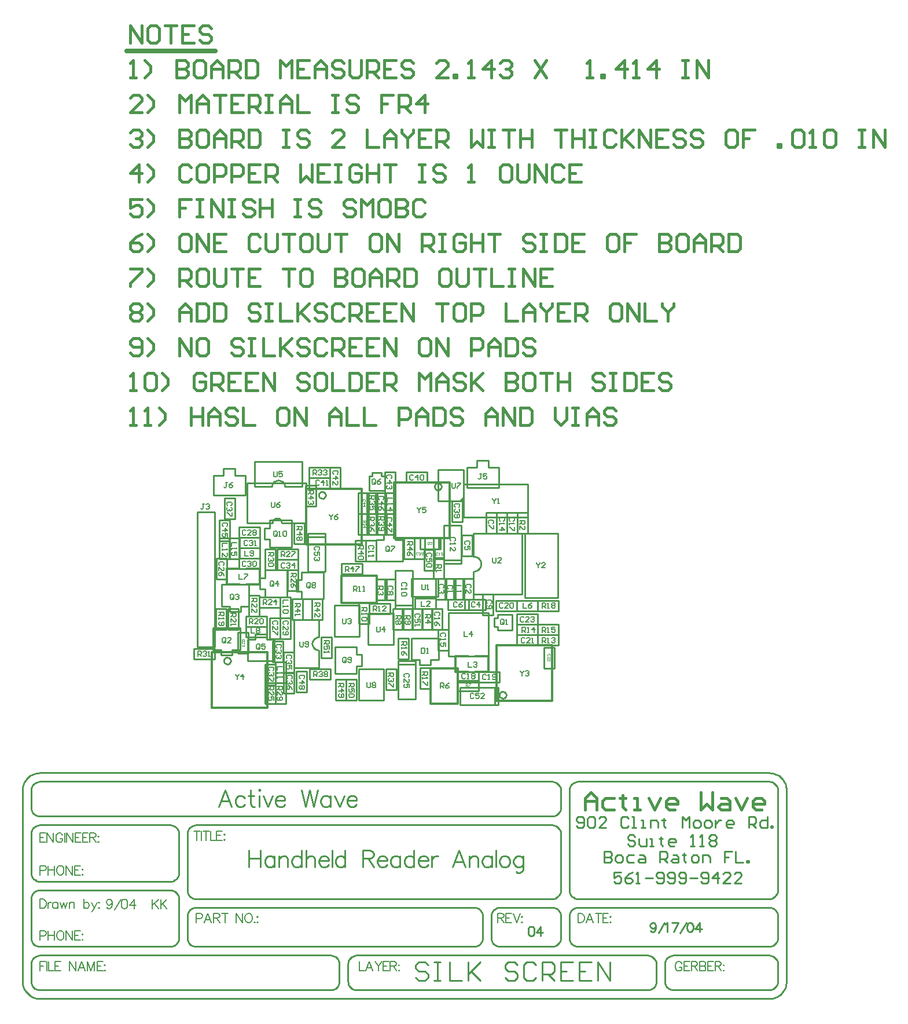
<source format=gto>
%FSLAX24Y24*%
%MOIN*%
G70*
G01*
G75*
%ADD10C,0.0080*%
%ADD11R,0.0300X0.0300*%
%ADD12R,0.0800X0.0236*%
%ADD13R,0.0236X0.1100*%
%ADD14R,0.0236X0.0800*%
%ADD15R,0.0236X0.0700*%
%ADD16R,0.0236X0.1000*%
%ADD17R,0.0945X0.0236*%
%ADD18R,0.0700X0.0236*%
%ADD19R,0.0650X0.0236*%
%ADD20R,0.0200X0.0500*%
%ADD21R,0.0472X0.0472*%
%ADD22O,0.0600X0.0160*%
%ADD23O,0.0160X0.0600*%
%ADD24O,0.0800X0.0240*%
%ADD25R,0.0360X0.0360*%
%ADD26R,0.0200X0.0300*%
%ADD27R,0.0360X0.0500*%
%ADD28R,0.1000X0.0236*%
%ADD29R,0.0236X0.0945*%
%ADD30R,0.1500X0.0700*%
%ADD31R,0.0394X0.0413*%
%ADD32R,0.0413X0.0866*%
%ADD33R,0.0413X0.0800*%
%ADD34R,0.0400X0.0550*%
%ADD35O,0.0140X0.0600*%
%ADD36R,0.0600X0.0500*%
%ADD37R,0.2000X0.0700*%
%ADD38R,0.0500X0.0360*%
%ADD39R,0.0236X0.0236*%
%ADD40R,0.0550X0.0400*%
%ADD41C,0.0120*%
%ADD42R,0.0394X0.0394*%
%ADD43R,0.0394X0.0197*%
%ADD44R,0.0700X0.1500*%
%ADD45R,0.1100X0.0236*%
%ADD46R,0.0500X0.0500*%
%ADD47R,0.0500X0.0400*%
%ADD48C,0.0140*%
%ADD49C,0.0120*%
%ADD50C,0.0200*%
%ADD51C,0.0300*%
%ADD52C,0.0100*%
%ADD53C,0.0060*%
%ADD54C,0.0090*%
%ADD55C,0.0050*%
%ADD56C,0.0150*%
%ADD57C,0.0250*%
%ADD58C,0.0620*%
%ADD59R,0.0620X0.0620*%
%ADD60C,0.1000*%
%ADD61C,0.0400*%
%ADD62C,0.0220*%
%ADD63C,0.0030*%
D10*
X79191Y52957D02*
X79165Y52881D01*
X79114Y52830D01*
X79038Y52805D01*
X79013D01*
X78937Y52830D01*
X78886Y52881D01*
X78860Y52957D01*
Y52983D01*
X78886Y53059D01*
X78937Y53110D01*
X79013Y53135D01*
X79038D01*
X79114Y53110D01*
X79165Y53059D01*
X79191Y52957D01*
Y52830D01*
X79165Y52704D01*
X79114Y52627D01*
X79038Y52602D01*
X78987D01*
X78911Y52627D01*
X78886Y52678D01*
X79335Y52526D02*
X79691Y53135D01*
X79879D02*
X79803Y53110D01*
X79752Y53034D01*
X79726Y52907D01*
Y52830D01*
X79752Y52704D01*
X79803Y52627D01*
X79879Y52602D01*
X79929D01*
X80006Y52627D01*
X80056Y52704D01*
X80082Y52830D01*
Y52907D01*
X80056Y53034D01*
X80006Y53110D01*
X79929Y53135D01*
X79879D01*
X80455D02*
X80201Y52780D01*
X80582D01*
X80455Y53135D02*
Y52602D01*
X81514Y53135D02*
Y52602D01*
X81869Y53135D02*
X81514Y52780D01*
X81641Y52907D02*
X81869Y52602D01*
X81989Y53135D02*
Y52602D01*
X82344Y53135D02*
X81989Y52780D01*
X82116Y52907D02*
X82344Y52602D01*
D49*
X90356Y76773D02*
X91956D01*
X90356Y73573D02*
Y76773D01*
Y73573D02*
X93556D01*
Y76773D01*
X91956D02*
X93556D01*
X86526Y67373D02*
X88126D01*
Y64173D02*
Y67373D01*
X84926Y64173D02*
X88126D01*
X84926D02*
Y67373D01*
X86526D01*
X101342Y66150D02*
Y67750D01*
X104542D01*
Y64550D02*
Y67750D01*
X101342Y64550D02*
X104542D01*
X101342D02*
Y66150D01*
X98626Y73913D02*
Y75513D01*
X95426Y73913D02*
X98626D01*
X95426D02*
Y77113D01*
X98626D01*
Y75513D02*
Y77113D01*
X100866Y66213D02*
Y67113D01*
X98966Y66213D02*
Y67113D01*
X100116D02*
X100866D01*
X100116Y66213D02*
X100866D01*
X98966D02*
X99716D01*
X98966Y67113D02*
X99716D01*
X85786Y72143D02*
X86536D01*
X85786Y71243D02*
X86536D01*
X86936D02*
X87686D01*
X86936Y72143D02*
X87686D01*
X85786Y71243D02*
Y72143D01*
X87686Y71243D02*
Y72143D01*
X94450Y70196D02*
Y70983D01*
X92402Y70196D02*
X94450D01*
X92402D02*
Y70983D01*
X94450D02*
Y71771D01*
X92402D02*
X94450D01*
X92402Y70983D02*
Y71771D01*
X97534Y64383D02*
X98322D01*
X97534D02*
Y66431D01*
X98322D01*
Y64383D02*
X99109D01*
Y66431D01*
X98322D02*
X99109D01*
D52*
X91496Y76403D02*
X91473Y76496D01*
X91410Y76568D01*
X91320Y76602D01*
X91225Y76590D01*
X91147Y76536D01*
X91102Y76451D01*
Y76355D01*
X91147Y76271D01*
X91225Y76216D01*
X91320Y76205D01*
X91410Y76239D01*
X91473Y76310D01*
X91496Y76403D01*
X86026Y66873D02*
X86003Y66966D01*
X85940Y67038D01*
X85850Y67072D01*
X85755Y67060D01*
X85677Y67006D01*
X85632Y66921D01*
Y66825D01*
X85677Y66741D01*
X85755Y66686D01*
X85850Y66675D01*
X85940Y66709D01*
X86003Y66780D01*
X86026Y66873D01*
X89146Y76879D02*
X89133Y76975D01*
X89096Y77066D01*
X89036Y77143D01*
X88959Y77203D01*
X88869Y77240D01*
X88772Y77253D01*
X88675Y77240D01*
X88585Y77203D01*
X88508Y77143D01*
X88448Y77066D01*
X88411Y76975D01*
X88398Y76879D01*
X91091Y68223D02*
X90994Y68210D01*
X90904Y68173D01*
X90826Y68113D01*
X90767Y68036D01*
X90730Y67946D01*
X90717Y67849D01*
X90730Y67752D01*
X90767Y67662D01*
X90826Y67585D01*
X90904Y67525D01*
X90994Y67488D01*
X91091Y67475D01*
X88962Y74803D02*
X88941Y74907D01*
X88882Y74994D01*
X88795Y75053D01*
X88691Y75074D01*
X88588Y75053D01*
X88500Y74994D01*
X88441Y74907D01*
X88421Y74803D01*
X101892Y64900D02*
X101869Y64993D01*
X101805Y65065D01*
X101716Y65099D01*
X101621Y65087D01*
X101542Y65033D01*
X101497Y64948D01*
Y64852D01*
X101542Y64767D01*
X101621Y64713D01*
X101716Y64701D01*
X101805Y64735D01*
X101869Y64807D01*
X101892Y64900D01*
X98166Y76893D02*
X98143Y76986D01*
X98080Y77058D01*
X97990Y77092D01*
X97895Y77080D01*
X97817Y77026D01*
X97772Y76941D01*
Y76845D01*
X97817Y76761D01*
X97895Y76706D01*
X97990Y76695D01*
X98080Y76729D01*
X98143Y76800D01*
X98166Y76893D01*
X100000Y72009D02*
X100097Y72020D01*
X100188Y72052D01*
X100271Y72104D01*
X100339Y72172D01*
X100391Y72254D01*
X100423Y72346D01*
X100434Y72442D01*
X100423Y72539D01*
X100391Y72631D01*
X100339Y72713D01*
X100271Y72781D01*
X100188Y72833D01*
X100097Y72865D01*
X100000Y72876D01*
X89816Y66263D02*
X90116D01*
X89816Y65063D02*
Y66263D01*
Y65063D02*
X90416D01*
Y66263D01*
X90116D02*
X90416D01*
X95676Y66973D02*
X95976D01*
X95676D02*
Y68173D01*
X96276D01*
Y66973D02*
Y68173D01*
X95976Y66973D02*
X96276D01*
X93605Y71867D02*
Y72167D01*
X92405Y71867D02*
X93605D01*
X92405D02*
Y72467D01*
X93605D01*
Y72167D02*
Y72467D01*
X89146Y76879D02*
X90150D01*
X87394D02*
X88398D01*
X87394D02*
Y77961D01*
X90150Y77233D02*
Y78316D01*
X88221D02*
X90150D01*
Y76879D02*
Y77233D01*
X87394Y77961D02*
Y78316D01*
X88221D01*
X89654Y66471D02*
Y67298D01*
Y66471D02*
X90008D01*
X90737Y69227D02*
X91091D01*
X89654Y67298D02*
Y69227D01*
X90737D01*
X90008Y66471D02*
X91091D01*
Y67475D01*
Y68223D02*
Y69227D01*
X86966Y74803D02*
Y77103D01*
X90366D01*
Y74803D02*
Y77103D01*
X86966Y74803D02*
X88421D01*
X88962D02*
X90366D01*
X96936Y73293D02*
X97106D01*
X96936D02*
Y73473D01*
X97826Y73933D02*
X97996D01*
Y73753D02*
Y73933D01*
Y73293D02*
Y73753D01*
X97106Y73293D02*
X97996D01*
X96936Y73473D02*
Y73933D01*
X97826D01*
X97996Y73293D02*
X98106D01*
Y73933D01*
X97996D02*
X98106D01*
X96316Y72713D02*
X96616D01*
Y73913D01*
X96016D02*
X96616D01*
X96016Y72713D02*
Y73913D01*
Y72713D02*
X96316D01*
X97356Y66613D02*
X97536D01*
Y66913D01*
X97986D01*
Y68163D01*
X96436D02*
X97986D01*
X96436Y66913D02*
Y68163D01*
Y66913D02*
X96886D01*
Y66613D02*
Y66913D01*
Y66613D02*
X97356D01*
X85096Y66953D02*
Y67253D01*
X83896Y66953D02*
X85096D01*
X83896D02*
Y67553D01*
X85096D01*
Y67253D02*
Y67553D01*
X102972Y73736D02*
Y74186D01*
X103322D01*
X104872Y70486D02*
Y70936D01*
X104522Y70486D02*
X104872D01*
X102972D02*
X104522D01*
X102972D02*
Y73736D01*
X103322Y74186D02*
X104872D01*
Y70936D02*
Y74186D01*
X99621Y76842D02*
X100546D01*
X100212Y78398D02*
X100546D01*
X100212Y77984D02*
Y78398D01*
X99621Y77984D02*
X100212D01*
X99621Y76842D02*
Y77984D01*
X100546Y76842D02*
X101471D01*
X100546Y78398D02*
X100881D01*
Y77984D02*
Y78398D01*
Y77984D02*
X101471D01*
Y76842D02*
Y77984D01*
X100310Y65927D02*
Y66227D01*
X101510D01*
Y65627D02*
Y66227D01*
X100310Y65627D02*
X101510D01*
X100310D02*
Y65927D01*
X99226Y64333D02*
X99876D01*
X99226D02*
Y65333D01*
X101226D01*
Y64333D02*
Y65333D01*
X99876Y64333D02*
X101226D01*
X101426D01*
Y65333D01*
X101226D02*
X101426D01*
X98575Y67161D02*
Y69622D01*
X100858D01*
Y67122D02*
Y69622D01*
X98575Y67122D02*
X100858D01*
X98575D02*
Y67161D01*
X85486Y71543D02*
X85786D01*
Y72743D01*
X85186D02*
X85786D01*
X85186Y71543D02*
Y72743D01*
Y71543D02*
X85486D01*
X86486Y73643D02*
Y73943D01*
X87686D01*
Y73343D02*
Y73943D01*
X86486Y73343D02*
X87686D01*
X86486D02*
Y73643D01*
X98016Y72723D02*
X98316D01*
Y73923D01*
X97716D02*
X98316D01*
X97716Y72723D02*
Y73923D01*
Y72723D02*
X98016D01*
X97976Y76053D02*
X99076D01*
X97976D02*
Y77853D01*
X99426D01*
Y76256D02*
Y77853D01*
X97976Y76053D02*
X99223D01*
X99426Y76256D01*
X94296Y69583D02*
X95396D01*
Y67783D02*
Y69583D01*
X93946Y67783D02*
X95396D01*
X93946D02*
Y69583D01*
X94296D01*
X92346Y70043D02*
X93446D01*
Y68243D02*
Y70043D01*
X91996Y68243D02*
X93446D01*
X91996D02*
Y70043D01*
X92346D01*
X90646Y75773D02*
X90946D01*
Y76973D01*
X90346D02*
X90946D01*
X90346Y75773D02*
Y76973D01*
Y75773D02*
X90646D01*
X90716Y70423D02*
X91016D01*
X90716Y69223D02*
Y70423D01*
Y69223D02*
X91316D01*
Y70423D01*
X91016D02*
X91316D01*
X89556D02*
X89856D01*
X89556Y69223D02*
Y70423D01*
Y69223D02*
X90156D01*
Y70423D01*
X89856D02*
X90156D01*
X93196Y73783D02*
X93496D01*
X93196Y72583D02*
Y73783D01*
Y72583D02*
X93796D01*
Y73783D01*
X93496D02*
X93796D01*
X94686Y74133D02*
X94986D01*
Y75333D01*
X94386D02*
X94986D01*
X94386Y74133D02*
Y75333D01*
Y74133D02*
X94686D01*
X90556Y65803D02*
Y66103D01*
Y65803D02*
X91756D01*
Y66403D01*
X90556D02*
X91756D01*
X90556Y66103D02*
Y66403D01*
X93856Y75333D02*
X94156D01*
X93856Y74133D02*
Y75333D01*
Y74133D02*
X94456D01*
Y75333D01*
X94156D02*
X94456D01*
X93856Y76533D02*
X94156D01*
X93856Y75333D02*
Y76533D01*
Y75333D02*
X94456D01*
Y76533D01*
X94156D02*
X94456D01*
X93656Y74133D02*
X93956D01*
Y75333D01*
X93356D02*
X93956D01*
X93356Y74133D02*
Y75333D01*
Y74133D02*
X93656D01*
X91726Y77683D02*
Y77983D01*
X90526D02*
X91726D01*
X90526Y77383D02*
Y77983D01*
Y77383D02*
X91726D01*
Y77683D01*
X88016Y73283D02*
X88316D01*
X88016Y72083D02*
Y73283D01*
Y72083D02*
X88616D01*
Y73283D01*
X88316D02*
X88616D01*
X88586Y65593D02*
X88886D01*
X88586Y64393D02*
Y65593D01*
Y64393D02*
X89186D01*
Y65593D01*
X88886D02*
X89186D01*
X88716Y72693D02*
Y72993D01*
Y72693D02*
X89916D01*
Y73293D01*
X88716D02*
X89916D01*
X88716Y72993D02*
Y73293D01*
X89616Y70893D02*
X89916D01*
Y72093D01*
X89316D02*
X89916D01*
X89316Y70893D02*
Y72093D01*
Y70893D02*
X89616D01*
X87666Y69933D02*
Y70233D01*
Y69933D02*
X88866D01*
Y70533D01*
X87666D02*
X88866D01*
X87666Y70233D02*
Y70533D01*
X86726Y67283D02*
X87026D01*
Y68483D01*
X86426D02*
X87026D01*
X86426Y67283D02*
Y68483D01*
Y67283D02*
X86726D01*
X87066Y70613D02*
X87366D01*
X87066Y69413D02*
Y70613D01*
Y69413D02*
X87666D01*
Y70613D01*
X87366D02*
X87666D01*
X85856Y69843D02*
X86156D01*
X85856Y68643D02*
Y69843D01*
Y68643D02*
X86456D01*
Y69843D01*
X86156D02*
X86456D01*
X86896Y68813D02*
Y69113D01*
Y68813D02*
X88096D01*
Y69413D01*
X86896D02*
X88096D01*
X86896Y69113D02*
Y69413D01*
X85466Y68643D02*
X85766D01*
Y69843D01*
X85166D02*
X85766D01*
X85166Y68643D02*
Y69843D01*
Y68643D02*
X85466D01*
X104916Y70023D02*
Y70323D01*
X103716D02*
X104916D01*
X103716Y69723D02*
Y70323D01*
Y69723D02*
X104916D01*
Y70023D01*
X96926Y66473D02*
X97226D01*
X96926Y65273D02*
Y66473D01*
Y65273D02*
X97526D01*
Y66473D01*
X97226D02*
X97526D01*
X103716Y68363D02*
Y68663D01*
Y68363D02*
X104916D01*
Y68963D01*
X103716D02*
X104916D01*
X103716Y68663D02*
Y68963D01*
X102516Y68363D02*
Y68663D01*
Y68363D02*
X103716D01*
Y68963D01*
X102516D02*
X103716D01*
X102516Y68663D02*
Y68963D01*
X104916Y68063D02*
Y68363D01*
X103716D02*
X104916D01*
X103716Y67763D02*
Y68363D01*
Y67763D02*
X104916D01*
Y68063D01*
X93996Y69543D02*
Y69843D01*
Y69543D02*
X95196D01*
Y70143D01*
X93996D02*
X95196D01*
X93996Y69843D02*
Y70143D01*
X93406Y70193D02*
X93706D01*
X93406Y68993D02*
Y70193D01*
Y68993D02*
X94006D01*
Y70193D01*
X93706D02*
X94006D01*
X95916Y69853D02*
X96216D01*
X95916Y68653D02*
Y69853D01*
Y68653D02*
X96516D01*
Y69853D01*
X96216D02*
X96516D01*
X95356D02*
X95656D01*
X95356Y68653D02*
Y69853D01*
Y68653D02*
X95956D01*
Y69853D01*
X95656D02*
X95956D01*
X100290Y65417D02*
Y65717D01*
X99090D02*
X100290D01*
X99090Y65117D02*
Y65717D01*
Y65117D02*
X100290D01*
Y65417D01*
X102826Y74193D02*
X103126D01*
Y75393D01*
X102526D02*
X103126D01*
X102526Y74193D02*
Y75393D01*
Y74193D02*
X102826D01*
X98016Y71593D02*
X98316D01*
Y72793D01*
X97716D02*
X98316D01*
X97716Y71593D02*
Y72793D01*
Y71593D02*
X98016D01*
X94846Y74133D02*
X95026D01*
X94846Y73833D02*
Y74133D01*
X94396Y73833D02*
X94846D01*
X94396Y72583D02*
Y73833D01*
Y72583D02*
X95946D01*
Y73833D01*
X95496D02*
X95946D01*
X95496D02*
Y74133D01*
X95026D02*
X95496D01*
X87446Y68403D02*
X87626D01*
X87446Y68103D02*
Y68403D01*
X86996Y68103D02*
X87446D01*
X86996Y66853D02*
Y68103D01*
Y66853D02*
X88546D01*
Y68103D01*
X88096D02*
X88546D01*
X88096D02*
Y68403D01*
X87626D02*
X88096D01*
X87716Y70983D02*
Y71163D01*
Y70983D02*
X88016D01*
Y70533D02*
Y70983D01*
Y70533D02*
X89266D01*
Y72083D01*
X88016D02*
X89266D01*
X88016Y71633D02*
Y72083D01*
X87716Y71633D02*
X88016D01*
X87716Y71163D02*
Y71633D01*
X86436Y69703D02*
X86616D01*
Y70003D01*
X87066D01*
Y71253D01*
X85516D02*
X87066D01*
X85516Y70003D02*
Y71253D01*
Y70003D02*
X85966D01*
Y69703D02*
Y70003D01*
Y69703D02*
X86436D01*
X85926Y67203D02*
X86106D01*
Y67503D01*
X86556D01*
Y68753D01*
X85006D02*
X86556D01*
X85006Y67503D02*
Y68753D01*
Y67503D02*
X85456D01*
Y67203D02*
Y67503D01*
Y67203D02*
X85926D01*
X101219Y68811D02*
Y69322D01*
X101415Y69519D02*
X102242D01*
X101415Y68614D02*
X102242D01*
X101219Y69322D02*
X101415D01*
Y69519D01*
X101219Y68811D02*
X101415D01*
Y68614D02*
Y68811D01*
X102242Y68614D02*
Y68633D01*
Y69519D01*
X95196Y75333D02*
X95496D01*
Y76533D01*
X94896D02*
X95496D01*
X94896Y75333D02*
Y76533D01*
Y75333D02*
X95196D01*
X88586Y66793D02*
X88886D01*
X88586Y65593D02*
Y66793D01*
Y65593D02*
X89186D01*
Y66793D01*
X88886D02*
X89186D01*
X89166Y69333D02*
X89466D01*
Y70533D01*
X88866D02*
X89466D01*
X88866Y69333D02*
Y70533D01*
Y69333D02*
X89166D01*
X87686Y73043D02*
Y73343D01*
X86486D02*
X87686D01*
X86486Y72743D02*
Y73343D01*
Y72743D02*
X87686D01*
Y73043D01*
X88096Y68513D02*
Y68813D01*
X86896D02*
X88096D01*
X86896Y68213D02*
Y68813D01*
Y68213D02*
X88096D01*
Y68513D01*
X103716Y70023D02*
Y70323D01*
X102516D02*
X103716D01*
X102516Y69723D02*
Y70323D01*
Y69723D02*
X103716D01*
Y70023D01*
X97846Y70153D02*
Y70453D01*
X96646D02*
X97846D01*
X96646Y69853D02*
Y70453D01*
Y69853D02*
X97846D01*
Y70153D01*
X99166Y70393D02*
X99466D01*
Y71593D01*
X98866D02*
X99466D01*
X98866Y70393D02*
Y71593D01*
Y70393D02*
X99166D01*
X96476Y69853D02*
X96776D01*
X96476Y68653D02*
Y69853D01*
Y68653D02*
X97076D01*
Y69853D01*
X96776D02*
X97076D01*
X97456Y72043D02*
X97756D01*
Y73243D01*
X97156D02*
X97756D01*
X97156Y72043D02*
Y73243D01*
Y72043D02*
X97456D01*
X95196Y74133D02*
X95496D01*
Y75333D01*
X94896D02*
X95496D01*
X94896Y74133D02*
Y75333D01*
Y74133D02*
X95196D01*
X93356Y76533D02*
X93656D01*
X93356Y75333D02*
Y76533D01*
Y75333D02*
X93956D01*
Y76533D01*
X93656D02*
X93956D01*
X94896Y77733D02*
X95196D01*
X94896Y76533D02*
Y77733D01*
Y76533D02*
X95496D01*
Y77733D01*
X95196D02*
X95496D01*
X91727Y77984D02*
X92027D01*
X91727Y76784D02*
Y77984D01*
Y76784D02*
X92327D01*
Y77984D01*
X92027D02*
X92327D01*
X90526Y76783D02*
Y77083D01*
Y76783D02*
X91726D01*
Y77383D01*
X90526D02*
X91726D01*
X90526Y77083D02*
Y77383D01*
X97326Y77423D02*
Y77723D01*
X96126D02*
X97326D01*
X96126Y77123D02*
Y77723D01*
Y77123D02*
X97326D01*
Y77423D01*
X98777Y76053D02*
X99077D01*
X98777Y74853D02*
Y76053D01*
Y74853D02*
X99377D01*
Y76053D01*
X99077D02*
X99377D01*
X96616Y73913D02*
X96916D01*
X96616Y72713D02*
Y73913D01*
Y72713D02*
X97216D01*
Y73913D01*
X96916D02*
X97216D01*
X85656Y76233D02*
X85956D01*
X85656Y75033D02*
Y76233D01*
Y75033D02*
X86256D01*
Y76233D01*
X85956D02*
X86256D01*
X89056Y66193D02*
X89356D01*
X89056Y64993D02*
Y66193D01*
Y64993D02*
X89656D01*
Y66193D01*
X89356D02*
X89656D01*
X89056Y67363D02*
X89356D01*
X89056Y66163D02*
Y67363D01*
Y66163D02*
X89656D01*
Y67363D01*
X89356D02*
X89656D01*
X88716Y72093D02*
Y72393D01*
Y72093D02*
X89916D01*
Y72693D01*
X88716D02*
X89916D01*
X88716Y72393D02*
Y72693D01*
X88746Y66793D02*
X89046D01*
Y67993D01*
X88446D02*
X89046D01*
X88446Y66793D02*
Y67993D01*
Y66793D02*
X88746D01*
X88296Y65463D02*
X88596D01*
Y66663D01*
X87996D02*
X88596D01*
X87996Y65463D02*
Y66663D01*
Y65463D02*
X88296D01*
X88866Y69333D02*
X89166D01*
X88866Y68133D02*
Y69333D01*
Y68133D02*
X89466D01*
Y69333D01*
X89166D02*
X89466D01*
X87686Y74243D02*
Y74543D01*
X86486D02*
X87686D01*
X86486Y73943D02*
Y74543D01*
Y73943D02*
X87686D01*
Y74243D01*
X88566Y68133D02*
X88866D01*
Y69333D01*
X88266D02*
X88866D01*
X88266Y68133D02*
Y69333D01*
Y68133D02*
X88566D01*
X102516Y68963D02*
Y69263D01*
Y68963D02*
X103716D01*
Y69563D01*
X102516D02*
X103716D01*
X102516Y69263D02*
Y69563D01*
X104062Y67637D02*
X104362D01*
X104062Y66437D02*
Y67637D01*
Y66437D02*
X104662D01*
Y67637D01*
X104362D02*
X104662D01*
X102516Y67763D02*
Y68063D01*
Y67763D02*
X103716D01*
Y68363D01*
X102516D02*
X103716D01*
X102516Y68063D02*
Y68363D01*
X101316Y69723D02*
Y70023D01*
Y69723D02*
X102516D01*
Y70323D01*
X101316D02*
X102516D01*
X101316Y70023D02*
Y70323D01*
X99090Y65627D02*
Y65927D01*
Y65627D02*
X100290D01*
Y66227D01*
X99090D02*
X100290D01*
X99090Y65927D02*
Y66227D01*
X102226Y74193D02*
X102526D01*
Y75393D01*
X101926D02*
X102526D01*
X101926Y74193D02*
Y75393D01*
Y74193D02*
X102226D01*
X101626D02*
X101926D01*
Y75393D01*
X101326D02*
X101926D01*
X101326Y74193D02*
Y75393D01*
Y74193D02*
X101626D01*
X99316Y72443D02*
Y72643D01*
X98316Y72443D02*
X99316D01*
X98316D02*
Y72643D01*
Y73993D01*
Y72643D02*
X99316D01*
Y74643D01*
X98316D02*
X99316D01*
X98316Y73993D02*
Y74643D01*
X96486Y69863D02*
Y70063D01*
X95486Y69863D02*
X96486D01*
X95486D02*
Y70063D01*
Y71413D01*
Y70063D02*
X96486D01*
Y72063D01*
X95486D02*
X96486D01*
X95486Y71413D02*
Y72063D01*
X100846Y69483D02*
X101146D01*
Y70683D01*
X100546D02*
X101146D01*
X100546Y69483D02*
Y70683D01*
Y69483D02*
X100846D01*
X95186Y70353D02*
X95486D01*
Y71553D01*
X94886D02*
X95486D01*
X94886Y70353D02*
Y71553D01*
Y70353D02*
X95186D01*
X101026Y74193D02*
X101326D01*
Y75393D01*
X100726D02*
X101326D01*
X100726Y74193D02*
Y75393D01*
Y74193D02*
X101026D01*
X99646Y72883D02*
X99946D01*
Y74083D01*
X99346D02*
X99946D01*
X99346Y72883D02*
Y74083D01*
Y72883D02*
X99646D01*
X100716Y70093D02*
Y70393D01*
X99516D02*
X100716D01*
X99516Y69793D02*
Y70393D01*
Y69793D02*
X100716D01*
Y70093D01*
X98146Y70393D02*
X98446D01*
Y71593D01*
X97846D02*
X98446D01*
X97846Y70393D02*
Y71593D01*
Y70393D02*
X98146D01*
X99696D02*
X99996D01*
Y71593D01*
X99396D02*
X99996D01*
X99396Y70393D02*
Y71593D01*
Y70393D02*
X99696D01*
X98356Y71593D02*
X98656D01*
X98356Y70393D02*
Y71593D01*
Y70393D02*
X98956D01*
Y71593D01*
X98656D02*
X98956D01*
X100000Y72876D02*
Y74194D01*
X100650D01*
X102815Y70690D02*
Y72442D01*
X102166Y70690D02*
X102815D01*
X100650Y74194D02*
X102815D01*
Y72442D02*
Y74194D01*
X100000Y70690D02*
X102166D01*
X100000D02*
Y72009D01*
X94006Y76667D02*
X94892D01*
X93987D02*
X94006D01*
X93987Y77494D02*
X94184D01*
Y77691D01*
X94695Y77494D02*
X94892D01*
X94695D02*
Y77691D01*
X93987Y76667D02*
Y77494D01*
X94892Y76667D02*
Y77494D01*
X94184Y77691D02*
X94695D01*
X93796Y72583D02*
X94096D01*
X93796D02*
Y73783D01*
X94396D01*
Y72583D02*
Y73783D01*
X94096Y72583D02*
X94396D01*
X94676Y76533D02*
X94976D01*
Y75333D02*
Y76533D01*
X94376Y75333D02*
X94976D01*
X94376D02*
Y76533D01*
X94676D01*
X89816Y71053D02*
Y71523D01*
X90116D01*
Y71973D01*
X91366D01*
Y70423D02*
Y71973D01*
X90116Y70423D02*
X91366D01*
X90116D02*
Y70873D01*
X89816D02*
X90116D01*
X89816D02*
Y71053D01*
X88296Y65593D02*
X88596D01*
Y64393D02*
Y65593D01*
X87996Y64393D02*
X88596D01*
X87996D02*
Y65593D01*
X88296D01*
X97896Y69853D02*
X98196D01*
Y68653D02*
Y69853D01*
X97596Y68653D02*
X98196D01*
X97596D02*
Y69853D01*
X97896D01*
X94386Y70353D02*
X94686D01*
X94386D02*
Y71553D01*
X94986D01*
Y70353D02*
Y71553D01*
X94686Y70353D02*
X94986D01*
X96449Y71595D02*
X97216D01*
X96449Y71083D02*
Y71595D01*
Y70571D02*
X97216D01*
X96449D02*
Y71083D01*
X97216Y71595D02*
X97984D01*
Y71083D02*
Y71595D01*
X97216Y70571D02*
X97984D01*
Y71083D01*
X90466Y74003D02*
Y74203D01*
X91466D01*
Y74003D02*
Y74203D01*
Y72653D02*
Y74003D01*
X90466D02*
X91466D01*
X90466Y72003D02*
Y74003D01*
Y72003D02*
X91466D01*
Y72653D01*
X86871Y76382D02*
Y77524D01*
X86281D02*
X86871D01*
X86281D02*
Y77938D01*
X85946D02*
X86281D01*
X85946Y76382D02*
X86871D01*
X85021D02*
Y77524D01*
X85612D01*
Y77938D01*
X85946D01*
X85021Y76382D02*
X85946D01*
X99446Y75133D02*
X99896D01*
X99446D02*
Y75483D01*
X102696Y77033D02*
X103146D01*
Y76683D02*
Y77033D01*
Y75133D02*
Y76683D01*
X99896Y75133D02*
X103146D01*
X99446Y75483D02*
Y77033D01*
X102696D01*
X87686Y72143D02*
Y72443D01*
X86486Y72143D02*
X87686D01*
X86486D02*
Y72743D01*
X87686D01*
Y72443D02*
Y72743D01*
X98546Y70093D02*
Y70393D01*
X99746D01*
Y69793D02*
Y70393D01*
X98546Y69793D02*
X99746D01*
X98546D02*
Y70093D01*
X98276Y68643D02*
X98576D01*
Y67443D02*
Y68643D01*
X97976Y67443D02*
X98576D01*
X97976D02*
Y68643D01*
X98276D01*
X97336Y69853D02*
X97636D01*
Y68653D02*
Y69853D01*
X97036Y68653D02*
X97636D01*
X97036D02*
Y69853D01*
X97336D01*
X85943Y72734D02*
X86243D01*
X85943D02*
Y73934D01*
X86543D01*
Y72734D02*
Y73934D01*
X86243Y72734D02*
X86543D01*
X85383D02*
X85683D01*
X85383D02*
Y73934D01*
X85983D01*
Y72734D02*
Y73934D01*
X85683Y72734D02*
X85983D01*
X85683Y73744D02*
X85983D01*
Y74944D01*
X85383D02*
X85983D01*
X85383Y73744D02*
Y74944D01*
Y73744D02*
X85683D01*
X89963Y73584D02*
X90263D01*
Y74784D01*
X89663D02*
X90263D01*
X89663Y73584D02*
Y74784D01*
Y73584D02*
X89963D01*
X87973Y73854D02*
Y74034D01*
Y73854D02*
X88273D01*
Y73404D02*
Y73854D01*
Y73404D02*
X89523D01*
Y74954D01*
X88273D02*
X89523D01*
X88273Y74504D02*
Y74954D01*
X87973Y74504D02*
X88273D01*
X87973Y74034D02*
Y74504D01*
X92972Y65781D02*
X93272D01*
Y64581D02*
Y65781D01*
X92672Y64581D02*
X93272D01*
X92672D02*
Y65781D01*
X92972D01*
X92372D02*
X92672D01*
Y64581D02*
Y65781D01*
X92072Y64581D02*
X92672D01*
X92072D02*
Y65781D01*
X92372D01*
X94962Y65181D02*
X95262D01*
X94962D02*
Y66381D01*
X95562D01*
Y65181D02*
Y66381D01*
X95262Y65181D02*
X95562D01*
X84092Y75416D02*
X84592D01*
X84092Y67666D02*
Y75416D01*
Y67666D02*
X85092D01*
Y75416D01*
X84592D02*
X85092D01*
X93392Y66381D02*
X93742D01*
X93392Y64581D02*
Y66381D01*
Y64581D02*
X94842D01*
Y66381D01*
X93742D02*
X94842D01*
X91243Y68224D02*
X91543D01*
X91243Y67024D02*
Y68224D01*
Y67024D02*
X91843D01*
Y68224D01*
X91543D02*
X91843D01*
X93573Y67034D02*
Y67214D01*
X93273D02*
X93573D01*
X93273D02*
Y67664D01*
X92023D02*
X93273D01*
X92023Y66114D02*
Y67664D01*
Y66114D02*
X93273D01*
Y66564D01*
X93573D01*
Y67034D01*
X95653Y66664D02*
Y66864D01*
X96653D01*
Y66664D02*
Y66864D01*
Y65314D02*
Y66664D01*
X95653D02*
X96653D01*
X95653Y64664D02*
Y66664D01*
Y64664D02*
X96653D01*
Y65314D01*
X97387Y49348D02*
X97209Y49525D01*
X96854D01*
X96676Y49348D01*
Y49170D01*
X96854Y48992D01*
X97209D01*
X97387Y48815D01*
Y48637D01*
X97209Y48459D01*
X96854D01*
X96676Y48637D01*
X97743Y49525D02*
X98098D01*
X97920D01*
Y48459D01*
X97743D01*
X98098D01*
X98631Y49525D02*
Y48459D01*
X99342D01*
X99698Y49525D02*
Y48459D01*
Y48815D01*
X100408Y49525D01*
X99875Y48992D01*
X100408Y48459D01*
X102541Y49348D02*
X102363Y49525D01*
X102008D01*
X101830Y49348D01*
Y49170D01*
X102008Y48992D01*
X102363D01*
X102541Y48815D01*
Y48637D01*
X102363Y48459D01*
X102008D01*
X101830Y48637D01*
X103607Y49348D02*
X103430Y49525D01*
X103074D01*
X102896Y49348D01*
Y48637D01*
X103074Y48459D01*
X103430D01*
X103607Y48637D01*
X103963Y48459D02*
Y49525D01*
X104496D01*
X104674Y49348D01*
Y48992D01*
X104496Y48815D01*
X103963D01*
X104318D02*
X104674Y48459D01*
X105740Y49525D02*
X105029D01*
Y48459D01*
X105740D01*
X105029Y48992D02*
X105385D01*
X106806Y49525D02*
X106095D01*
Y48459D01*
X106806D01*
X106095Y48992D02*
X106451D01*
X107162Y48459D02*
Y49525D01*
X107873Y48459D01*
Y49525D01*
X117531Y52173D02*
X117521Y52268D01*
X117494Y52360D01*
X117448Y52445D01*
X117387Y52519D01*
X117313Y52580D01*
X117228Y52625D01*
X117136Y52653D01*
X117041Y52663D01*
X106031D02*
X105933Y52653D01*
X105839Y52624D01*
X105753Y52578D01*
X105677Y52516D01*
X105615Y52440D01*
X105569Y52354D01*
X105540Y52260D01*
X105531Y52163D01*
X117031Y53163D02*
X117128Y53172D01*
X117222Y53201D01*
X117309Y53247D01*
X117384Y53309D01*
X117447Y53385D01*
X117493Y53471D01*
X117521Y53565D01*
X117531Y53663D01*
X105531D02*
X105540Y53565D01*
X105569Y53471D01*
X105615Y53385D01*
X105677Y53309D01*
X105753Y53247D01*
X105839Y53201D01*
X105933Y53172D01*
X106031Y53163D01*
X75031Y60413D02*
X74933Y60408D01*
X74836Y60393D01*
X74741Y60369D01*
X74648Y60336D01*
X74559Y60294D01*
X74475Y60244D01*
X74396Y60186D01*
X74324Y60120D01*
X74258Y60047D01*
X74199Y59968D01*
X74149Y59884D01*
X74107Y59795D01*
X74074Y59703D01*
X74050Y59608D01*
X74036Y59511D01*
X74031Y59413D01*
Y48423D02*
X74036Y48325D01*
X74050Y48228D01*
X74073Y48132D01*
X74106Y48040D01*
X74148Y47951D01*
X74197Y47867D01*
X74255Y47788D01*
X74320Y47715D01*
X74392Y47648D01*
X74471Y47589D01*
X74554Y47538D01*
X74642Y47495D01*
X74734Y47460D01*
X74829Y47435D01*
X74925Y47419D01*
X75023Y47413D01*
X117031Y47413D02*
X117129Y47417D01*
X117226Y47432D01*
X117321Y47456D01*
X117414Y47489D01*
X117502Y47531D01*
X117586Y47581D01*
X117665Y47639D01*
X117738Y47705D01*
X117804Y47778D01*
X117862Y47857D01*
X117913Y47941D01*
X117955Y48030D01*
X117988Y48122D01*
X118012Y48217D01*
X118026Y48314D01*
X118031Y48413D01*
Y59413D02*
X118026Y59511D01*
X118012Y59608D01*
X117988Y59703D01*
X117955Y59795D01*
X117913Y59884D01*
X117862Y59968D01*
X117804Y60047D01*
X117738Y60120D01*
X117665Y60186D01*
X117586Y60244D01*
X117502Y60294D01*
X117414Y60336D01*
X117321Y60369D01*
X117226Y60393D01*
X117129Y60408D01*
X117031Y60413D01*
X117531Y59423D02*
X117521Y59520D01*
X117492Y59614D01*
X117445Y59700D01*
X117381Y59775D01*
X117304Y59836D01*
X117216Y59880D01*
X117122Y59906D01*
X117024Y59912D01*
X117031Y50413D02*
X117128Y50422D01*
X117222Y50451D01*
X117309Y50497D01*
X117384Y50559D01*
X117447Y50635D01*
X117493Y50721D01*
X117521Y50815D01*
X117531Y50913D01*
X117531Y49421D02*
X117520Y49518D01*
X117490Y49610D01*
X117444Y49695D01*
X117381Y49769D01*
X117306Y49830D01*
X117220Y49875D01*
X117127Y49903D01*
X117031Y49913D01*
Y47913D02*
X117128Y47922D01*
X117222Y47951D01*
X117309Y47997D01*
X117384Y48059D01*
X117447Y48135D01*
X117493Y48221D01*
X117521Y48315D01*
X117531Y48413D01*
X104531Y50413D02*
X104628Y50422D01*
X104722Y50451D01*
X104809Y50497D01*
X104884Y50559D01*
X104947Y50635D01*
X104993Y50721D01*
X105021Y50815D01*
X105031Y50913D01*
X105531Y50903D02*
X105540Y50806D01*
X105569Y50713D01*
X105615Y50628D01*
X105677Y50553D01*
X105753Y50492D01*
X105839Y50447D01*
X105933Y50421D01*
X106029Y50413D01*
X105031Y52173D02*
X105021Y52268D01*
X104994Y52360D01*
X104948Y52445D01*
X104887Y52519D01*
X104813Y52580D01*
X104728Y52625D01*
X104636Y52653D01*
X104541Y52663D01*
X74531Y48413D02*
X74540Y48316D01*
X74568Y48223D01*
X74613Y48137D01*
X74674Y48062D01*
X74749Y48000D01*
X74833Y47953D01*
X74926Y47924D01*
X75022Y47913D01*
X104540Y53162D02*
X104636Y53174D01*
X104728Y53203D01*
X104813Y53250D01*
X104888Y53312D01*
X104948Y53387D01*
X104994Y53473D01*
X105022Y53566D01*
X105031Y53663D01*
X75031Y49913D02*
X74933Y49903D01*
X74839Y49874D01*
X74753Y49828D01*
X74677Y49766D01*
X74615Y49690D01*
X74569Y49604D01*
X74540Y49510D01*
X74531Y49413D01*
X105031Y56913D02*
X105021Y57010D01*
X104993Y57104D01*
X104947Y57190D01*
X104884Y57266D01*
X104809Y57328D01*
X104722Y57374D01*
X104628Y57403D01*
X104531Y57413D01*
Y57913D02*
X104628Y57922D01*
X104722Y57951D01*
X104809Y57997D01*
X104884Y58059D01*
X104947Y58135D01*
X104993Y58221D01*
X105021Y58315D01*
X105031Y58413D01*
X106031Y59913D02*
X105933Y59903D01*
X105839Y59874D01*
X105753Y59828D01*
X105677Y59766D01*
X105615Y59690D01*
X105569Y59604D01*
X105540Y59510D01*
X105531Y59413D01*
X105031D02*
X105021Y59510D01*
X104993Y59604D01*
X104947Y59690D01*
X104884Y59766D01*
X104809Y59828D01*
X104722Y59874D01*
X104628Y59903D01*
X104531Y59913D01*
X75031D02*
X74933Y59903D01*
X74839Y59874D01*
X74753Y59828D01*
X74677Y59766D01*
X74615Y59690D01*
X74569Y59604D01*
X74540Y59510D01*
X74531Y59413D01*
Y58413D02*
X74540Y58315D01*
X74569Y58221D01*
X74615Y58135D01*
X74677Y58059D01*
X74753Y57997D01*
X74839Y57951D01*
X74933Y57922D01*
X75031Y57913D01*
Y57413D02*
X74933Y57403D01*
X74839Y57374D01*
X74753Y57328D01*
X74677Y57266D01*
X74615Y57190D01*
X74569Y57104D01*
X74540Y57010D01*
X74531Y56913D01*
Y54663D02*
X74540Y54565D01*
X74569Y54471D01*
X74615Y54385D01*
X74677Y54309D01*
X74753Y54247D01*
X74839Y54201D01*
X74933Y54172D01*
X75031Y54163D01*
Y53663D02*
X74933Y53653D01*
X74839Y53624D01*
X74753Y53578D01*
X74677Y53516D01*
X74615Y53440D01*
X74569Y53354D01*
X74540Y53260D01*
X74531Y53163D01*
Y50913D02*
X74540Y50816D01*
X74568Y50723D01*
X74613Y50637D01*
X74674Y50562D01*
X74749Y50500D01*
X74833Y50453D01*
X74926Y50424D01*
X75022Y50413D01*
X84031Y57413D02*
X83933Y57403D01*
X83839Y57374D01*
X83753Y57328D01*
X83677Y57266D01*
X83615Y57190D01*
X83569Y57104D01*
X83540Y57010D01*
X83531Y56913D01*
X84031Y52663D02*
X83933Y52653D01*
X83839Y52624D01*
X83753Y52578D01*
X83677Y52516D01*
X83615Y52440D01*
X83569Y52354D01*
X83540Y52260D01*
X83531Y52163D01*
X101511Y52663D02*
X101414Y52653D01*
X101321Y52624D01*
X101236Y52576D01*
X101163Y52513D01*
X101103Y52436D01*
X101060Y52349D01*
X101036Y52254D01*
X101031Y52157D01*
X101031Y50923D02*
X101040Y50824D01*
X101069Y50729D01*
X101115Y50642D01*
X101177Y50565D01*
X101253Y50502D01*
X101340Y50454D01*
X101434Y50424D01*
X101532Y50413D01*
X100041Y50413D02*
X100137Y50422D01*
X100230Y50451D01*
X100316Y50497D01*
X100390Y50559D01*
X100451Y50635D01*
X100496Y50721D01*
X100523Y50814D01*
X100531Y50911D01*
X100531Y52173D02*
X100521Y52268D01*
X100494Y52360D01*
X100448Y52445D01*
X100387Y52519D01*
X100313Y52580D01*
X100228Y52625D01*
X100136Y52653D01*
X100041Y52663D01*
X82541Y50413D02*
X82636Y50422D01*
X82728Y50450D01*
X82813Y50495D01*
X82887Y50556D01*
X82948Y50630D01*
X82994Y50715D01*
X83021Y50807D01*
X83031Y50903D01*
X83531D02*
X83540Y50807D01*
X83568Y50715D01*
X83613Y50630D01*
X83674Y50556D01*
X83749Y50495D01*
X83833Y50450D01*
X83925Y50422D01*
X84021Y50413D01*
X83531Y53653D02*
X83540Y53557D01*
X83568Y53465D01*
X83613Y53380D01*
X83674Y53306D01*
X83749Y53245D01*
X83833Y53200D01*
X83925Y53172D01*
X84021Y53163D01*
X83031Y53173D02*
X83021Y53270D01*
X82992Y53364D01*
X82945Y53450D01*
X82881Y53525D01*
X82804Y53586D01*
X82716Y53630D01*
X82622Y53656D01*
X82524Y53662D01*
X82551Y54163D02*
X82644Y54172D01*
X82735Y54199D01*
X82817Y54243D01*
X82890Y54303D01*
X82950Y54376D01*
X82994Y54459D01*
X83022Y54549D01*
X83031Y54643D01*
Y56923D02*
X83021Y57018D01*
X82994Y57110D01*
X82948Y57195D01*
X82887Y57269D01*
X82813Y57330D01*
X82728Y57375D01*
X82636Y57403D01*
X82541Y57413D01*
X111531Y49913D02*
X111433Y49903D01*
X111339Y49874D01*
X111253Y49828D01*
X111177Y49766D01*
X111115Y49690D01*
X111069Y49604D01*
X111040Y49510D01*
X111031Y49413D01*
Y48403D02*
X111040Y48306D01*
X111069Y48213D01*
X111115Y48128D01*
X111177Y48053D01*
X111253Y47992D01*
X111339Y47947D01*
X111433Y47921D01*
X111529Y47913D01*
X110042Y47912D02*
X110139Y47921D01*
X110233Y47948D01*
X110318Y47994D01*
X110393Y48056D01*
X110454Y48132D01*
X110498Y48218D01*
X110524Y48312D01*
X110531Y48409D01*
X110531Y49413D02*
X110521Y49510D01*
X110493Y49604D01*
X110447Y49690D01*
X110384Y49766D01*
X110309Y49828D01*
X110222Y49874D01*
X110128Y49903D01*
X110031Y49913D01*
X92781Y48413D02*
X92790Y48316D01*
X92818Y48223D01*
X92863Y48137D01*
X92924Y48062D01*
X92999Y48000D01*
X93083Y47953D01*
X93176Y47924D01*
X93272Y47913D01*
X93281Y49913D02*
X93183Y49903D01*
X93089Y49874D01*
X93003Y49828D01*
X92927Y49766D01*
X92865Y49690D01*
X92819Y49604D01*
X92790Y49510D01*
X92781Y49413D01*
X91792Y47912D02*
X91889Y47921D01*
X91983Y47948D01*
X92068Y47994D01*
X92143Y48056D01*
X92204Y48132D01*
X92248Y48218D01*
X92274Y48312D01*
X92281Y48409D01*
X92281Y49413D02*
X92271Y49510D01*
X92243Y49604D01*
X92197Y49690D01*
X92134Y49766D01*
X92059Y49828D01*
X91972Y49874D01*
X91878Y49903D01*
X91781Y49913D01*
X117531Y50913D02*
Y52173D01*
X105531Y50913D02*
Y52163D01*
X117531Y53663D02*
Y59413D01*
X105531Y53663D02*
Y59413D01*
X74031Y48413D02*
Y59413D01*
X74531Y48413D02*
Y49413D01*
X117531Y48413D02*
Y49413D01*
X105031Y50913D02*
Y52163D01*
X101031Y50913D02*
Y52163D01*
X83531Y50913D02*
Y52163D01*
X100531Y50913D02*
Y52163D01*
X83531Y53663D02*
Y56913D01*
X105031Y53663D02*
Y56913D01*
Y58413D02*
Y59413D01*
X74531Y58413D02*
Y59413D01*
X83031Y54663D02*
Y56913D01*
X74531Y54663D02*
Y56913D01*
X83031Y50913D02*
Y53163D01*
X74531Y50913D02*
Y53163D01*
X118031Y48413D02*
Y59413D01*
X111031Y48413D02*
Y49413D01*
X110531Y48413D02*
Y49413D01*
X92781Y48413D02*
Y49413D01*
X92281Y48413D02*
Y49413D01*
X106031Y52663D02*
X117031D01*
X106031Y53163D02*
X117031D01*
X84031D02*
X104531D01*
X106031Y59913D02*
X117031D01*
X106031Y50413D02*
X117031D01*
X101531Y52663D02*
X104531D01*
X101531Y50413D02*
X104531D01*
X84031D02*
X100031D01*
X84031Y52663D02*
X100031D01*
X84031Y57413D02*
X104531D01*
X75031Y57913D02*
X104531D01*
X75031Y57413D02*
X82531D01*
X75031Y54163D02*
X82531D01*
X75031Y53663D02*
X82531D01*
X75031Y50413D02*
X82531D01*
X75031Y60413D02*
X117031D01*
X75031Y47413D02*
X117031D01*
X75031Y59913D02*
X104531D01*
X111531Y49913D02*
X117031D01*
X111531Y47913D02*
X117031D01*
X93281Y49913D02*
X110031D01*
X75031D02*
X91781D01*
X75031Y47913D02*
X91781D01*
X93281D02*
X110031D01*
X107542Y55894D02*
Y55254D01*
X107862D01*
X107968Y55361D01*
Y55468D01*
X107862Y55574D01*
X107542D01*
X107862D01*
X107968Y55681D01*
Y55787D01*
X107862Y55894D01*
X107542D01*
X108288Y55254D02*
X108501D01*
X108608Y55361D01*
Y55574D01*
X108501Y55681D01*
X108288D01*
X108181Y55574D01*
Y55361D01*
X108288Y55254D01*
X109248Y55681D02*
X108928D01*
X108821Y55574D01*
Y55361D01*
X108928Y55254D01*
X109248D01*
X109568Y55681D02*
X109781D01*
X109888Y55574D01*
Y55254D01*
X109568D01*
X109461Y55361D01*
X109568Y55468D01*
X109888D01*
X110741Y55254D02*
Y55894D01*
X111060D01*
X111167Y55787D01*
Y55574D01*
X111060Y55468D01*
X110741D01*
X110954D02*
X111167Y55254D01*
X111487Y55681D02*
X111700D01*
X111807Y55574D01*
Y55254D01*
X111487D01*
X111380Y55361D01*
X111487Y55468D01*
X111807D01*
X112127Y55787D02*
Y55681D01*
X112020D01*
X112233D01*
X112127D01*
Y55361D01*
X112233Y55254D01*
X112660D02*
X112873D01*
X112980Y55361D01*
Y55574D01*
X112873Y55681D01*
X112660D01*
X112553Y55574D01*
Y55361D01*
X112660Y55254D01*
X113193D02*
Y55681D01*
X113513D01*
X113620Y55574D01*
Y55254D01*
X114899Y55894D02*
X114473D01*
Y55574D01*
X114686D01*
X114473D01*
Y55254D01*
X115113Y55894D02*
Y55254D01*
X115539D01*
X115752D02*
Y55361D01*
X115859D01*
Y55254D01*
X115752D01*
X105942Y57361D02*
X106048Y57254D01*
X106262D01*
X106368Y57361D01*
Y57787D01*
X106262Y57894D01*
X106048D01*
X105942Y57787D01*
Y57681D01*
X106048Y57574D01*
X106368D01*
X106581Y57787D02*
X106688Y57894D01*
X106901D01*
X107008Y57787D01*
Y57361D01*
X106901Y57254D01*
X106688D01*
X106581Y57361D01*
Y57787D01*
X107648Y57254D02*
X107221D01*
X107648Y57681D01*
Y57787D01*
X107541Y57894D01*
X107328D01*
X107221Y57787D01*
X108927D02*
X108821Y57894D01*
X108607D01*
X108501Y57787D01*
Y57361D01*
X108607Y57254D01*
X108821D01*
X108927Y57361D01*
X109141Y57254D02*
X109354D01*
X109247D01*
Y57894D01*
X109141D01*
X109674Y57254D02*
X109887D01*
X109780D01*
Y57681D01*
X109674D01*
X110207Y57254D02*
Y57681D01*
X110527D01*
X110633Y57574D01*
Y57254D01*
X110953Y57787D02*
Y57681D01*
X110847D01*
X111060D01*
X110953D01*
Y57361D01*
X111060Y57254D01*
X112020D02*
Y57894D01*
X112233Y57681D01*
X112446Y57894D01*
Y57254D01*
X112766D02*
X112979D01*
X113086Y57361D01*
Y57574D01*
X112979Y57681D01*
X112766D01*
X112659Y57574D01*
Y57361D01*
X112766Y57254D01*
X113406D02*
X113619D01*
X113726Y57361D01*
Y57574D01*
X113619Y57681D01*
X113406D01*
X113299Y57574D01*
Y57361D01*
X113406Y57254D01*
X113939Y57681D02*
Y57254D01*
Y57468D01*
X114046Y57574D01*
X114152Y57681D01*
X114259D01*
X114899Y57254D02*
X114685D01*
X114579Y57361D01*
Y57574D01*
X114685Y57681D01*
X114899D01*
X115005Y57574D01*
Y57468D01*
X114579D01*
X115858Y57254D02*
Y57894D01*
X116178D01*
X116285Y57787D01*
Y57574D01*
X116178Y57468D01*
X115858D01*
X116072D02*
X116285Y57254D01*
X116925Y57894D02*
Y57254D01*
X116605D01*
X116498Y57361D01*
Y57574D01*
X116605Y57681D01*
X116925D01*
X117138Y57254D02*
Y57361D01*
X117245D01*
Y57254D01*
X117138D01*
X108518Y54694D02*
X108092D01*
Y54374D01*
X108305Y54481D01*
X108412D01*
X108518Y54374D01*
Y54161D01*
X108412Y54054D01*
X108198D01*
X108092Y54161D01*
X109158Y54694D02*
X108945Y54587D01*
X108731Y54374D01*
Y54161D01*
X108838Y54054D01*
X109051D01*
X109158Y54161D01*
Y54268D01*
X109051Y54374D01*
X108731D01*
X109371Y54054D02*
X109584D01*
X109478D01*
Y54694D01*
X109371Y54587D01*
X109904Y54374D02*
X110331D01*
X110544Y54161D02*
X110651Y54054D01*
X110864D01*
X110971Y54161D01*
Y54587D01*
X110864Y54694D01*
X110651D01*
X110544Y54587D01*
Y54481D01*
X110651Y54374D01*
X110971D01*
X111184Y54161D02*
X111291Y54054D01*
X111504D01*
X111610Y54161D01*
Y54587D01*
X111504Y54694D01*
X111291D01*
X111184Y54587D01*
Y54481D01*
X111291Y54374D01*
X111610D01*
X111824Y54161D02*
X111930Y54054D01*
X112144D01*
X112250Y54161D01*
Y54587D01*
X112144Y54694D01*
X111930D01*
X111824Y54587D01*
Y54481D01*
X111930Y54374D01*
X112250D01*
X112464D02*
X112890D01*
X113103Y54161D02*
X113210Y54054D01*
X113423D01*
X113530Y54161D01*
Y54587D01*
X113423Y54694D01*
X113210D01*
X113103Y54587D01*
Y54481D01*
X113210Y54374D01*
X113530D01*
X114063Y54054D02*
Y54694D01*
X113743Y54374D01*
X114170D01*
X114809Y54054D02*
X114383D01*
X114809Y54481D01*
Y54587D01*
X114703Y54694D01*
X114490D01*
X114383Y54587D01*
X115449Y54054D02*
X115023D01*
X115449Y54481D01*
Y54587D01*
X115343Y54694D01*
X115129D01*
X115023Y54587D01*
X109318Y56737D02*
X109212Y56844D01*
X108998D01*
X108892Y56737D01*
Y56631D01*
X108998Y56524D01*
X109212D01*
X109318Y56418D01*
Y56311D01*
X109212Y56204D01*
X108998D01*
X108892Y56311D01*
X109531Y56631D02*
Y56311D01*
X109638Y56204D01*
X109958D01*
Y56631D01*
X110171Y56204D02*
X110384D01*
X110278D01*
Y56631D01*
X110171D01*
X110811Y56737D02*
Y56631D01*
X110704D01*
X110918D01*
X110811D01*
Y56311D01*
X110918Y56204D01*
X111557D02*
X111344D01*
X111238Y56311D01*
Y56524D01*
X111344Y56631D01*
X111557D01*
X111664Y56524D01*
Y56418D01*
X111238D01*
X112517Y56204D02*
X112730D01*
X112624D01*
Y56844D01*
X112517Y56737D01*
X113050Y56204D02*
X113264D01*
X113157D01*
Y56844D01*
X113050Y56737D01*
X113583D02*
X113690Y56844D01*
X113903D01*
X114010Y56737D01*
Y56631D01*
X113903Y56524D01*
X114010Y56418D01*
Y56311D01*
X113903Y56204D01*
X113690D01*
X113583Y56311D01*
Y56418D01*
X113690Y56524D01*
X113583Y56631D01*
Y56737D01*
X113690Y56524D02*
X113903D01*
D53*
X99816Y71043D02*
X99866Y71093D01*
Y71193D01*
X99816Y71243D01*
X99616D01*
X99566Y71193D01*
Y71093D01*
X99616Y71043D01*
X99566Y70743D02*
Y70943D01*
X99766Y70743D01*
X99816D01*
X99866Y70793D01*
Y70893D01*
X99816Y70943D01*
X100086Y70193D02*
X100036Y70243D01*
X99936D01*
X99886Y70193D01*
Y69993D01*
X99936Y69943D01*
X100036D01*
X100086Y69993D01*
X100336Y69943D02*
Y70243D01*
X100186Y70093D01*
X100386D01*
X99766Y73543D02*
X99816Y73593D01*
Y73693D01*
X99766Y73743D01*
X99566D01*
X99516Y73693D01*
Y73593D01*
X99566Y73543D01*
X99816Y73243D02*
Y73443D01*
X99666D01*
X99716Y73343D01*
Y73293D01*
X99666Y73243D01*
X99566D01*
X99516Y73293D01*
Y73393D01*
X99566Y73443D01*
X101116Y74753D02*
X101166Y74803D01*
Y74903D01*
X101116Y74953D01*
X100916D01*
X100866Y74903D01*
Y74803D01*
X100916Y74753D01*
X101166Y74653D02*
Y74453D01*
X101116D01*
X100916Y74653D01*
X100866D01*
X95316Y70943D02*
X95366Y70993D01*
Y71093D01*
X95316Y71143D01*
X95116D01*
X95066Y71093D01*
Y70993D01*
X95116Y70943D01*
X95316Y70843D02*
X95366Y70793D01*
Y70693D01*
X95316Y70643D01*
X95266D01*
X95216Y70693D01*
X95166Y70643D01*
X95116D01*
X95066Y70693D01*
Y70793D01*
X95116Y70843D01*
X95166D01*
X95216Y70793D01*
X95266Y70843D01*
X95316D01*
X95216Y70793D02*
Y70693D01*
X101736Y74893D02*
X101786Y74943D01*
Y75043D01*
X101736Y75093D01*
X101536D01*
X101486Y75043D01*
Y74943D01*
X101536Y74893D01*
X101486Y74793D02*
Y74693D01*
Y74743D01*
X101786D01*
X101736Y74793D01*
X101486Y74393D02*
X101786D01*
X101636Y74543D01*
Y74344D01*
X102316Y74893D02*
X102366Y74943D01*
Y75043D01*
X102316Y75093D01*
X102116D01*
X102066Y75043D01*
Y74943D01*
X102116Y74893D01*
X102066Y74793D02*
Y74693D01*
Y74743D01*
X102366D01*
X102316Y74793D01*
X102366Y74543D02*
Y74344D01*
X102316D01*
X102116Y74543D01*
X102066D01*
X99540Y66077D02*
X99490Y66127D01*
X99390D01*
X99340Y66077D01*
Y65877D01*
X99390Y65827D01*
X99490D01*
X99540Y65877D01*
X99640Y65827D02*
X99740D01*
X99690D01*
Y66127D01*
X99640Y66077D01*
X99890D02*
X99940Y66127D01*
X100040D01*
X100090Y66077D01*
Y66027D01*
X100040Y65977D01*
X100090Y65927D01*
Y65877D01*
X100040Y65827D01*
X99940D01*
X99890Y65877D01*
Y65927D01*
X99940Y65977D01*
X99890Y66027D01*
Y66077D01*
X99940Y65977D02*
X100040D01*
X85586Y72343D02*
X85636Y72393D01*
Y72493D01*
X85586Y72543D01*
X85386D01*
X85336Y72493D01*
Y72393D01*
X85386Y72343D01*
X85336Y72043D02*
Y72243D01*
X85536Y72043D01*
X85586D01*
X85636Y72093D01*
Y72193D01*
X85586Y72243D01*
X85636Y71744D02*
X85586Y71843D01*
X85486Y71943D01*
X85386D01*
X85336Y71893D01*
Y71793D01*
X85386Y71744D01*
X85436D01*
X85486Y71793D01*
Y71943D01*
X91126Y77223D02*
X91076Y77273D01*
X90976D01*
X90926Y77223D01*
Y77023D01*
X90976Y76973D01*
X91076D01*
X91126Y77023D01*
X91376Y76973D02*
Y77273D01*
X91226Y77123D01*
X91426D01*
X91526Y76973D02*
X91626D01*
X91576D01*
Y77273D01*
X91526Y77223D01*
X97566Y72843D02*
X97616Y72893D01*
Y72993D01*
X97566Y73043D01*
X97366D01*
X97316Y72993D01*
Y72893D01*
X97366Y72843D01*
X97616Y72543D02*
Y72743D01*
X97466D01*
X97516Y72643D01*
Y72593D01*
X97466Y72543D01*
X97366D01*
X97316Y72593D01*
Y72693D01*
X97366Y72743D01*
X97566Y72443D02*
X97616Y72393D01*
Y72294D01*
X97566Y72244D01*
X97366D01*
X97316Y72294D01*
Y72393D01*
X97366Y72443D01*
X97566D01*
X96876Y69363D02*
X96926Y69413D01*
Y69513D01*
X96876Y69563D01*
X96676D01*
X96626Y69513D01*
Y69413D01*
X96676Y69363D01*
X96926Y69063D02*
Y69263D01*
X96776D01*
X96826Y69163D01*
Y69113D01*
X96776Y69063D01*
X96676D01*
X96626Y69113D01*
Y69213D01*
X96676Y69263D01*
X96626Y68963D02*
Y68863D01*
Y68913D01*
X96926D01*
X96876Y68963D01*
X101716Y70153D02*
X101666Y70203D01*
X101566D01*
X101516Y70153D01*
Y69953D01*
X101566Y69903D01*
X101666D01*
X101716Y69953D01*
X102016Y69903D02*
X101816D01*
X102016Y70103D01*
Y70153D01*
X101966Y70203D01*
X101866D01*
X101816Y70153D01*
X102116D02*
X102166Y70203D01*
X102266D01*
X102316Y70153D01*
Y69953D01*
X102266Y69903D01*
X102166D01*
X102116Y69953D01*
Y70153D01*
X98016Y69443D02*
X98066Y69493D01*
Y69593D01*
X98016Y69643D01*
X97816D01*
X97766Y69593D01*
Y69493D01*
X97816Y69443D01*
X97766Y69343D02*
Y69243D01*
Y69293D01*
X98066D01*
X98016Y69343D01*
X98066Y68893D02*
X98016Y68993D01*
X97916Y69093D01*
X97816D01*
X97766Y69043D01*
Y68943D01*
X97816Y68893D01*
X97866D01*
X97916Y68943D01*
Y69093D01*
X102866Y70203D02*
Y69903D01*
X103066D01*
X103366Y70203D02*
X103266Y70153D01*
X103166Y70053D01*
Y69953D01*
X103216Y69903D01*
X103316D01*
X103366Y69953D01*
Y70003D01*
X103316Y70053D01*
X103166D01*
X95346Y76233D02*
X95046D01*
Y76033D01*
Y75933D02*
Y75833D01*
Y75883D01*
X95346D01*
X95296Y75933D01*
X95046Y75533D02*
X95346D01*
X95196Y75683D01*
Y75483D01*
X98366Y68243D02*
X98416Y68293D01*
Y68393D01*
X98366Y68443D01*
X98166D01*
X98116Y68393D01*
Y68293D01*
X98166Y68243D01*
X98116Y68143D02*
Y68043D01*
Y68093D01*
X98416D01*
X98366Y68143D01*
X98416Y67694D02*
Y67893D01*
X98266D01*
X98316Y67793D01*
Y67743D01*
X98266Y67694D01*
X98166D01*
X98116Y67743D01*
Y67843D01*
X98166Y67893D01*
X94516Y71143D02*
X94816D01*
Y70993D01*
X94766Y70943D01*
X94666D01*
X94616Y70993D01*
Y71143D01*
Y71043D02*
X94516Y70943D01*
X94766Y70843D02*
X94816Y70793D01*
Y70693D01*
X94766Y70643D01*
X94716D01*
X94666Y70693D01*
Y70743D01*
Y70693D01*
X94616Y70643D01*
X94566D01*
X94516Y70693D01*
Y70793D01*
X94566Y70843D01*
X95866Y67943D02*
X96166D01*
Y67793D01*
X96116Y67743D01*
X96016D01*
X95966Y67793D01*
Y67943D01*
Y67843D02*
X95866Y67743D01*
Y67643D02*
Y67543D01*
Y67593D01*
X96166D01*
X96116Y67643D01*
X96166Y67193D02*
X96116Y67293D01*
X96016Y67393D01*
X95916D01*
X95866Y67343D01*
Y67243D01*
X95916Y67193D01*
X95966D01*
X96016Y67243D01*
Y67393D01*
X101086Y76223D02*
Y76173D01*
X101186Y76073D01*
X101286Y76173D01*
Y76223D01*
X101186Y76073D02*
Y75923D01*
X101386D02*
X101486D01*
X101436D01*
Y76223D01*
X101386Y76173D01*
X103642Y72526D02*
Y72476D01*
X103742Y72376D01*
X103842Y72476D01*
Y72526D01*
X103742Y72376D02*
Y72226D01*
X104142D02*
X103942D01*
X104142Y72426D01*
Y72476D01*
X104092Y72526D01*
X103992D01*
X103942Y72476D01*
X87196Y68753D02*
Y68453D01*
X87396D01*
X87496Y68703D02*
X87546Y68753D01*
X87646D01*
X87696Y68703D01*
Y68653D01*
X87646Y68603D01*
X87696Y68553D01*
Y68503D01*
X87646Y68453D01*
X87546D01*
X87496Y68503D01*
Y68553D01*
X87546Y68603D01*
X87496Y68653D01*
Y68703D01*
X87546Y68603D02*
X87646D01*
X89006Y66513D02*
X88706D01*
Y66313D01*
Y66213D02*
Y66113D01*
Y66163D01*
X89006D01*
X88956Y66213D01*
X88706Y65963D02*
Y65863D01*
Y65913D01*
X89006D01*
X88956Y65963D01*
X99066Y70193D02*
X99016Y70243D01*
X98916D01*
X98866Y70193D01*
Y69993D01*
X98916Y69943D01*
X99016D01*
X99066Y69993D01*
X99366Y70243D02*
X99266Y70193D01*
X99166Y70093D01*
Y69993D01*
X99216Y69943D01*
X99316D01*
X99366Y69993D01*
Y70043D01*
X99316Y70093D01*
X99166D01*
X102966Y68153D02*
X102916Y68203D01*
X102816D01*
X102766Y68153D01*
Y67953D01*
X102816Y67903D01*
X102916D01*
X102966Y67953D01*
X103266Y67903D02*
X103066D01*
X103266Y68103D01*
Y68153D01*
X103216Y68203D01*
X103116D01*
X103066Y68153D01*
X103366Y67903D02*
X103466D01*
X103416D01*
Y68203D01*
X103366Y68153D01*
X88686Y68943D02*
X88736Y68993D01*
Y69093D01*
X88686Y69143D01*
X88486D01*
X88436Y69093D01*
Y68993D01*
X88486Y68943D01*
X88436Y68643D02*
Y68843D01*
X88636Y68643D01*
X88686D01*
X88736Y68693D01*
Y68793D01*
X88686Y68843D01*
X88736Y68543D02*
Y68344D01*
X88686D01*
X88486Y68543D01*
X88436D01*
X88456Y66303D02*
X88506Y66353D01*
Y66453D01*
X88456Y66503D01*
X88256D01*
X88206Y66453D01*
Y66353D01*
X88256Y66303D01*
X88456Y66203D02*
X88506Y66153D01*
Y66053D01*
X88456Y66003D01*
X88406D01*
X88356Y66053D01*
Y66103D01*
Y66053D01*
X88306Y66003D01*
X88256D01*
X88206Y66053D01*
Y66153D01*
X88256Y66203D01*
X88206Y65704D02*
Y65903D01*
X88406Y65704D01*
X88456D01*
X88506Y65753D01*
Y65853D01*
X88456Y65903D01*
X89136Y72443D02*
X89086Y72493D01*
X88986D01*
X88936Y72443D01*
Y72243D01*
X88986Y72193D01*
X89086D01*
X89136Y72243D01*
X89236Y72443D02*
X89286Y72493D01*
X89386D01*
X89436Y72443D01*
Y72393D01*
X89386Y72343D01*
X89336D01*
X89386D01*
X89436Y72293D01*
Y72243D01*
X89386Y72193D01*
X89286D01*
X89236Y72243D01*
X89686Y72193D02*
Y72493D01*
X89536Y72343D01*
X89736D01*
X89506Y65813D02*
X89556Y65863D01*
Y65963D01*
X89506Y66013D01*
X89306D01*
X89256Y65963D01*
Y65863D01*
X89306Y65813D01*
X89506Y65713D02*
X89556Y65663D01*
Y65563D01*
X89506Y65513D01*
X89456D01*
X89406Y65563D01*
Y65613D01*
Y65563D01*
X89356Y65513D01*
X89306D01*
X89256Y65563D01*
Y65663D01*
X89306Y65713D01*
X89556Y65214D02*
X89506Y65313D01*
X89406Y65413D01*
X89306D01*
X89256Y65363D01*
Y65264D01*
X89306Y65214D01*
X89356D01*
X89406Y65264D01*
Y65413D01*
X95266Y74893D02*
X95316Y74943D01*
Y75043D01*
X95266Y75093D01*
X95066D01*
X95016Y75043D01*
Y74943D01*
X95066Y74893D01*
X95016Y74643D02*
X95316D01*
X95166Y74793D01*
Y74593D01*
X95316Y74493D02*
Y74294D01*
X95266D01*
X95066Y74493D01*
X95016D01*
X93576Y69913D02*
X93876D01*
Y69763D01*
X93826Y69713D01*
X93726D01*
X93676Y69763D01*
Y69913D01*
Y69813D02*
X93576Y69713D01*
Y69613D02*
Y69513D01*
Y69563D01*
X93876D01*
X93826Y69613D01*
Y69363D02*
X93876Y69313D01*
Y69213D01*
X93826Y69163D01*
X93626D01*
X93576Y69213D01*
Y69313D01*
X93626Y69363D01*
X93826D01*
X84126Y67123D02*
Y67423D01*
X84276D01*
X84326Y67373D01*
Y67273D01*
X84276Y67223D01*
X84126D01*
X84226D02*
X84326Y67123D01*
X84426Y67373D02*
X84476Y67423D01*
X84576D01*
X84626Y67373D01*
Y67323D01*
X84576Y67273D01*
X84526D01*
X84576D01*
X84626Y67223D01*
Y67173D01*
X84576Y67123D01*
X84476D01*
X84426Y67173D01*
X84726Y67123D02*
X84826D01*
X84776D01*
Y67423D01*
X84726Y67373D01*
X90816Y65953D02*
Y66253D01*
X90966D01*
X91016Y66203D01*
Y66103D01*
X90966Y66053D01*
X90816D01*
X90916D02*
X91016Y65953D01*
X91116Y66203D02*
X91166Y66253D01*
X91266D01*
X91316Y66203D01*
Y66153D01*
X91266Y66103D01*
X91216D01*
X91266D01*
X91316Y66053D01*
Y66003D01*
X91266Y65953D01*
X91166D01*
X91116Y66003D01*
X91416Y66203D02*
X91466Y66253D01*
X91566D01*
X91616Y66203D01*
Y66153D01*
X91566Y66103D01*
X91616Y66053D01*
Y66003D01*
X91566Y65953D01*
X91466D01*
X91416Y66003D01*
Y66053D01*
X91466Y66103D01*
X91416Y66153D01*
Y66203D01*
X91466Y66103D02*
X91566D01*
X94226Y69713D02*
Y70013D01*
X94376D01*
X94426Y69963D01*
Y69863D01*
X94376Y69813D01*
X94226D01*
X94326D02*
X94426Y69713D01*
X94526D02*
X94626D01*
X94576D01*
Y70013D01*
X94526Y69963D01*
X94976Y69713D02*
X94776D01*
X94976Y69913D01*
Y69963D01*
X94926Y70013D01*
X94826D01*
X94776Y69963D01*
X89726Y70173D02*
X90026D01*
Y70023D01*
X89976Y69973D01*
X89876D01*
X89826Y70023D01*
Y70173D01*
Y70073D02*
X89726Y69973D01*
Y69723D02*
X90026D01*
X89876Y69873D01*
Y69673D01*
X89726Y69573D02*
Y69473D01*
Y69523D01*
X90026D01*
X89976Y69573D01*
X101016Y70143D02*
X101066Y70193D01*
Y70293D01*
X101016Y70343D01*
X100816D01*
X100766Y70293D01*
Y70193D01*
X100816Y70143D01*
Y70043D02*
X100766Y69993D01*
Y69893D01*
X100816Y69843D01*
X101016D01*
X101066Y69893D01*
Y69993D01*
X101016Y70043D01*
X100966D01*
X100916Y69993D01*
Y69843D01*
X86886Y72543D02*
X86836Y72593D01*
X86736D01*
X86686Y72543D01*
Y72343D01*
X86736Y72293D01*
X86836D01*
X86886Y72343D01*
X86986Y72543D02*
X87036Y72593D01*
X87136D01*
X87186Y72543D01*
Y72493D01*
X87136Y72443D01*
X87086D01*
X87136D01*
X87186Y72393D01*
Y72343D01*
X87136Y72293D01*
X87036D01*
X86986Y72343D01*
X87286Y72543D02*
X87336Y72593D01*
X87436D01*
X87486Y72543D01*
Y72343D01*
X87436Y72293D01*
X87336D01*
X87286Y72343D01*
Y72543D01*
X96116Y71153D02*
X96166Y71203D01*
Y71303D01*
X96116Y71353D01*
X95916D01*
X95866Y71303D01*
Y71203D01*
X95916Y71153D01*
X95866Y71053D02*
Y70953D01*
Y71003D01*
X96166D01*
X96116Y71053D01*
Y70803D02*
X96166Y70753D01*
Y70653D01*
X96116Y70603D01*
X95916D01*
X95866Y70653D01*
Y70753D01*
X95916Y70803D01*
X96116D01*
X98916Y73743D02*
X98966Y73793D01*
Y73893D01*
X98916Y73943D01*
X98716D01*
X98666Y73893D01*
Y73793D01*
X98716Y73743D01*
X98666Y73643D02*
Y73543D01*
Y73593D01*
X98966D01*
X98916Y73643D01*
X98666Y73193D02*
Y73393D01*
X98866Y73193D01*
X98916D01*
X98966Y73243D01*
Y73343D01*
X98916Y73393D01*
X100026Y64943D02*
X99976Y64993D01*
X99876D01*
X99826Y64943D01*
Y64743D01*
X99876Y64693D01*
X99976D01*
X100026Y64743D01*
X100326Y64993D02*
X100126D01*
Y64843D01*
X100226Y64893D01*
X100276D01*
X100326Y64843D01*
Y64743D01*
X100276Y64693D01*
X100176D01*
X100126Y64743D01*
X100626Y64693D02*
X100426D01*
X100626Y64893D01*
Y64943D01*
X100576Y64993D01*
X100476D01*
X100426Y64943D01*
X91086Y73233D02*
X91136Y73283D01*
Y73383D01*
X91086Y73433D01*
X90886D01*
X90836Y73383D01*
Y73283D01*
X90886Y73233D01*
X91136Y72933D02*
Y73133D01*
X90986D01*
X91036Y73033D01*
Y72983D01*
X90986Y72933D01*
X90886D01*
X90836Y72983D01*
Y73083D01*
X90886Y73133D01*
X91086Y72833D02*
X91136Y72783D01*
Y72684D01*
X91086Y72634D01*
X91036D01*
X90986Y72684D01*
Y72733D01*
Y72684D01*
X90936Y72634D01*
X90886D01*
X90836Y72684D01*
Y72783D01*
X90886Y72833D01*
X92635Y71997D02*
Y72297D01*
X92785D01*
X92835Y72247D01*
Y72147D01*
X92785Y72097D01*
X92635D01*
X92735D02*
X92835Y71997D01*
X93085D02*
Y72297D01*
X92935Y72147D01*
X93135D01*
X93235Y72297D02*
X93435D01*
Y72247D01*
X93235Y72047D01*
Y71997D01*
X90766Y77543D02*
Y77843D01*
X90916D01*
X90966Y77793D01*
Y77693D01*
X90916Y77643D01*
X90766D01*
X90866D02*
X90966Y77543D01*
X91066Y77793D02*
X91116Y77843D01*
X91216D01*
X91266Y77793D01*
Y77743D01*
X91216Y77693D01*
X91166D01*
X91216D01*
X91266Y77643D01*
Y77593D01*
X91216Y77543D01*
X91116D01*
X91066Y77593D01*
X91366Y77793D02*
X91416Y77843D01*
X91516D01*
X91566Y77793D01*
Y77743D01*
X91516Y77693D01*
X91466D01*
X91516D01*
X91566Y77643D01*
Y77593D01*
X91516Y77543D01*
X91416D01*
X91366Y77593D01*
X97016Y70293D02*
Y69993D01*
X97216D01*
X97516D02*
X97316D01*
X97516Y70193D01*
Y70243D01*
X97466Y70293D01*
X97366D01*
X97316Y70243D01*
X88696Y65383D02*
X88996D01*
Y65233D01*
X88946Y65183D01*
X88846D01*
X88796Y65233D01*
Y65383D01*
Y65283D02*
X88696Y65183D01*
Y64883D02*
Y65083D01*
X88896Y64883D01*
X88946D01*
X88996Y64933D01*
Y65033D01*
X88946Y65083D01*
X88746Y64783D02*
X88696Y64733D01*
Y64633D01*
X88746Y64584D01*
X88946D01*
X88996Y64633D01*
Y64733D01*
X88946Y64783D01*
X88896D01*
X88846Y64733D01*
Y64584D01*
X103966Y68503D02*
Y68803D01*
X104116D01*
X104166Y68753D01*
Y68653D01*
X104116Y68603D01*
X103966D01*
X104066D02*
X104166Y68503D01*
X104266D02*
X104366D01*
X104316D01*
Y68803D01*
X104266Y68753D01*
X104716Y68803D02*
X104516D01*
Y68653D01*
X104616Y68703D01*
X104666D01*
X104716Y68653D01*
Y68553D01*
X104666Y68503D01*
X104566D01*
X104516Y68553D01*
X95526Y69463D02*
X95826D01*
Y69313D01*
X95776Y69263D01*
X95676D01*
X95626Y69313D01*
Y69463D01*
Y69363D02*
X95526Y69263D01*
X95776Y69163D02*
X95826Y69113D01*
Y69013D01*
X95776Y68963D01*
X95726D01*
X95676Y69013D01*
X95626Y68963D01*
X95576D01*
X95526Y69013D01*
Y69113D01*
X95576Y69163D01*
X95626D01*
X95676Y69113D01*
X95726Y69163D01*
X95776D01*
X95676Y69113D02*
Y69013D01*
X103966Y69903D02*
Y70203D01*
X104116D01*
X104166Y70153D01*
Y70053D01*
X104116Y70003D01*
X103966D01*
X104066D02*
X104166Y69903D01*
X104266D02*
X104366D01*
X104316D01*
Y70203D01*
X104266Y70153D01*
X104516D02*
X104566Y70203D01*
X104666D01*
X104716Y70153D01*
Y70103D01*
X104666Y70053D01*
X104716Y70003D01*
Y69953D01*
X104666Y69903D01*
X104566D01*
X104516Y69953D01*
Y70003D01*
X104566Y70053D01*
X104516Y70103D01*
Y70153D01*
X104566Y70053D02*
X104666D01*
X89486Y71893D02*
X89786D01*
Y71743D01*
X89736Y71693D01*
X89636D01*
X89586Y71743D01*
Y71893D01*
Y71793D02*
X89486Y71693D01*
Y71393D02*
Y71593D01*
X89686Y71393D01*
X89736D01*
X89786Y71443D01*
Y71543D01*
X89736Y71593D01*
X89786Y71094D02*
X89736Y71193D01*
X89636Y71293D01*
X89536D01*
X89486Y71243D01*
Y71143D01*
X89536Y71094D01*
X89586D01*
X89636Y71143D01*
Y71293D01*
X97016Y67593D02*
Y67293D01*
X97166D01*
X97216Y67343D01*
Y67543D01*
X97166Y67593D01*
X97016D01*
X97316Y67293D02*
X97416D01*
X97366D01*
Y67593D01*
X97316Y67543D01*
X96266Y65924D02*
X96316Y65974D01*
Y66074D01*
X96266Y66124D01*
X96066D01*
X96016Y66074D01*
Y65974D01*
X96066Y65924D01*
X96016Y65624D02*
Y65824D01*
X96216Y65624D01*
X96266D01*
X96316Y65674D01*
Y65774D01*
X96266Y65824D01*
X96316Y65324D02*
Y65524D01*
X96166D01*
X96216Y65424D01*
Y65374D01*
X96166Y65324D01*
X96066D01*
X96016Y65374D01*
Y65474D01*
X96066Y65524D01*
X90223Y65834D02*
X90273Y65884D01*
Y65984D01*
X90223Y66034D01*
X90023D01*
X89973Y65984D01*
Y65884D01*
X90023Y65834D01*
X89973Y65584D02*
X90273D01*
X90123Y65734D01*
Y65534D01*
X90223Y65434D02*
X90273Y65384D01*
Y65284D01*
X90223Y65234D01*
X90173D01*
X90123Y65284D01*
X90073Y65234D01*
X90023D01*
X89973Y65284D01*
Y65384D01*
X90023Y65434D01*
X90073D01*
X90123Y65384D01*
X90173Y65434D01*
X90223D01*
X90123Y65384D02*
Y65284D01*
X88886Y67593D02*
X88936Y67643D01*
Y67743D01*
X88886Y67793D01*
X88686D01*
X88636Y67743D01*
Y67643D01*
X88686Y67593D01*
X88886Y67493D02*
X88936Y67443D01*
Y67343D01*
X88886Y67293D01*
X88836D01*
X88786Y67343D01*
Y67393D01*
Y67343D01*
X88736Y67293D01*
X88686D01*
X88636Y67343D01*
Y67443D01*
X88686Y67493D01*
X88886Y67193D02*
X88936Y67143D01*
Y67043D01*
X88886Y66994D01*
X88836D01*
X88786Y67043D01*
Y67093D01*
Y67043D01*
X88736Y66994D01*
X88686D01*
X88636Y67043D01*
Y67143D01*
X88686Y67193D01*
X99466Y68543D02*
Y68243D01*
X99666D01*
X99916D02*
Y68543D01*
X99766Y68393D01*
X99966D01*
X86026Y69593D02*
X86326D01*
Y69443D01*
X86276Y69393D01*
X86176D01*
X86126Y69443D01*
Y69593D01*
Y69493D02*
X86026Y69393D01*
Y69093D02*
Y69293D01*
X86226Y69093D01*
X86276D01*
X86326Y69143D01*
Y69243D01*
X86276Y69293D01*
X86026Y68993D02*
Y68893D01*
Y68943D01*
X86326D01*
X86276Y68993D01*
X96186Y73713D02*
X96486D01*
Y73563D01*
X96436Y73513D01*
X96336D01*
X96286Y73563D01*
Y73713D01*
Y73613D02*
X96186Y73513D01*
Y73263D02*
X96486D01*
X96336Y73413D01*
Y73213D01*
X96486Y72914D02*
X96436Y73013D01*
X96336Y73113D01*
X96236D01*
X96186Y73063D01*
Y72964D01*
X96236Y72914D01*
X96286D01*
X96336Y72964D01*
Y73113D01*
X87086Y68993D02*
Y69293D01*
X87236D01*
X87286Y69243D01*
Y69143D01*
X87236Y69093D01*
X87086D01*
X87186D02*
X87286Y68993D01*
X87586D02*
X87386D01*
X87586Y69193D01*
Y69243D01*
X87536Y69293D01*
X87436D01*
X87386Y69243D01*
X87686D02*
X87736Y69293D01*
X87836D01*
X87886Y69243D01*
Y69043D01*
X87836Y68993D01*
X87736D01*
X87686Y69043D01*
Y69243D01*
X90486Y76673D02*
X90786D01*
Y76523D01*
X90736Y76473D01*
X90636D01*
X90586Y76523D01*
Y76673D01*
Y76573D02*
X90486Y76473D01*
Y76223D02*
X90786D01*
X90636Y76373D01*
Y76173D01*
X90736Y76073D02*
X90786Y76023D01*
Y75924D01*
X90736Y75874D01*
X90686D01*
X90636Y75924D01*
Y75973D01*
Y75924D01*
X90586Y75874D01*
X90536D01*
X90486Y75924D01*
Y76023D01*
X90536Y76073D01*
X97866Y72393D02*
X98166D01*
Y72243D01*
X98116Y72193D01*
X98016D01*
X97966Y72243D01*
Y72393D01*
Y72293D02*
X97866Y72193D01*
Y72093D02*
Y71993D01*
Y72043D01*
X98166D01*
X98116Y72093D01*
X97226Y69513D02*
X97526D01*
Y69363D01*
X97476Y69313D01*
X97376D01*
X97326Y69363D01*
Y69513D01*
Y69413D02*
X97226Y69313D01*
Y69063D02*
X97526D01*
X97376Y69213D01*
Y69013D01*
X97066Y66223D02*
X97366D01*
Y66073D01*
X97316Y66023D01*
X97216D01*
X97166Y66073D01*
Y66223D01*
Y66123D02*
X97066Y66023D01*
Y65923D02*
Y65823D01*
Y65873D01*
X97366D01*
X97316Y65923D01*
X97366Y65673D02*
Y65473D01*
X97316D01*
X97116Y65673D01*
X97066D01*
X98766Y70993D02*
X98816Y71043D01*
Y71143D01*
X98766Y71193D01*
X98566D01*
X98516Y71143D01*
Y71043D01*
X98566Y70993D01*
X98516Y70893D02*
Y70793D01*
Y70843D01*
X98816D01*
X98766Y70893D01*
X103966Y67903D02*
Y68203D01*
X104116D01*
X104166Y68153D01*
Y68053D01*
X104116Y68003D01*
X103966D01*
X104066D02*
X104166Y67903D01*
X104266D02*
X104366D01*
X104316D01*
Y68203D01*
X104266Y68153D01*
X104516D02*
X104566Y68203D01*
X104666D01*
X104716Y68153D01*
Y68103D01*
X104666Y68053D01*
X104616D01*
X104666D01*
X104716Y68003D01*
Y67953D01*
X104666Y67903D01*
X104566D01*
X104516Y67953D01*
X86186Y70443D02*
Y70643D01*
X86136Y70693D01*
X86036D01*
X85986Y70643D01*
Y70443D01*
X86036Y70393D01*
X86136D01*
X86086Y70493D02*
X86186Y70393D01*
X86136D02*
X86186Y70443D01*
X86286Y70643D02*
X86336Y70693D01*
X86436D01*
X86486Y70643D01*
Y70593D01*
X86436Y70543D01*
X86386D01*
X86436D01*
X86486Y70493D01*
Y70443D01*
X86436Y70393D01*
X86336D01*
X86286Y70443D01*
X95166Y73193D02*
Y73393D01*
X95116Y73443D01*
X95016D01*
X94966Y73393D01*
Y73193D01*
X95016Y73143D01*
X95116D01*
X95066Y73243D02*
X95166Y73143D01*
X95116D02*
X95166Y73193D01*
X95266Y73443D02*
X95466D01*
Y73393D01*
X95266Y73193D01*
Y73143D01*
X90616Y71113D02*
Y71313D01*
X90566Y71363D01*
X90466D01*
X90416Y71313D01*
Y71113D01*
X90466Y71063D01*
X90566D01*
X90516Y71163D02*
X90616Y71063D01*
X90566D02*
X90616Y71113D01*
X90716Y71313D02*
X90766Y71363D01*
X90866D01*
X90916Y71313D01*
Y71263D01*
X90866Y71213D01*
X90916Y71163D01*
Y71113D01*
X90866Y71063D01*
X90766D01*
X90716Y71113D01*
Y71163D01*
X90766Y71213D01*
X90716Y71263D01*
Y71313D01*
X90766Y71213D02*
X90866D01*
X85736Y67953D02*
Y68153D01*
X85686Y68203D01*
X85586D01*
X85536Y68153D01*
Y67953D01*
X85586Y67903D01*
X85686D01*
X85636Y68003D02*
X85736Y67903D01*
X85686D02*
X85736Y67953D01*
X86036Y67903D02*
X85836D01*
X86036Y68103D01*
Y68153D01*
X85986Y68203D01*
X85886D01*
X85836Y68153D01*
X95266Y77343D02*
X95316Y77393D01*
Y77493D01*
X95266Y77543D01*
X95066D01*
X95016Y77493D01*
Y77393D01*
X95066Y77343D01*
X95016Y77093D02*
X95316D01*
X95166Y77243D01*
Y77043D01*
X95266Y76943D02*
X95316Y76893D01*
Y76793D01*
X95266Y76744D01*
X95216D01*
X95166Y76793D01*
Y76843D01*
Y76793D01*
X95116Y76744D01*
X95066D01*
X95016Y76793D01*
Y76893D01*
X95066Y76943D01*
X88196Y65383D02*
X88496D01*
Y65233D01*
X88446Y65183D01*
X88346D01*
X88296Y65233D01*
Y65383D01*
Y65283D02*
X88196Y65183D01*
Y64883D02*
Y65083D01*
X88396Y64883D01*
X88446D01*
X88496Y64933D01*
Y65033D01*
X88446Y65083D01*
X88496Y64584D02*
Y64783D01*
X88346D01*
X88396Y64683D01*
Y64633D01*
X88346Y64584D01*
X88246D01*
X88196Y64633D01*
Y64733D01*
X88246Y64783D01*
X86836Y73193D02*
Y72893D01*
X87036D01*
X87136Y72943D02*
X87186Y72893D01*
X87286D01*
X87336Y72943D01*
Y73143D01*
X87286Y73193D01*
X87186D01*
X87136Y73143D01*
Y73093D01*
X87186Y73043D01*
X87336D01*
X94216Y73293D02*
X94266Y73343D01*
Y73443D01*
X94216Y73493D01*
X94016D01*
X93966Y73443D01*
Y73343D01*
X94016Y73293D01*
X93966Y73193D02*
Y73093D01*
Y73143D01*
X94266D01*
X94216Y73193D01*
X93966Y72943D02*
Y72843D01*
Y72893D01*
X94266D01*
X94216Y72943D01*
X100740Y66027D02*
X100690Y66077D01*
X100590D01*
X100540Y66027D01*
Y65827D01*
X100590Y65777D01*
X100690D01*
X100740Y65827D01*
X100840Y65777D02*
X100940D01*
X100890D01*
Y66077D01*
X100840Y66027D01*
X101090Y65827D02*
X101140Y65777D01*
X101240D01*
X101290Y65827D01*
Y66027D01*
X101240Y66077D01*
X101140D01*
X101090Y66027D01*
Y65977D01*
X101140Y65927D01*
X101290D01*
X92166Y77593D02*
X92216Y77643D01*
Y77743D01*
X92166Y77793D01*
X91966D01*
X91916Y77743D01*
Y77643D01*
X91966Y77593D01*
X91916Y77343D02*
X92216D01*
X92066Y77493D01*
Y77293D01*
X91916Y76994D02*
Y77193D01*
X92116Y76994D01*
X92166D01*
X92216Y77043D01*
Y77143D01*
X92166Y77193D01*
X102676Y74913D02*
X102976D01*
Y74763D01*
X102926Y74713D01*
X102826D01*
X102776Y74763D01*
Y74913D01*
Y74813D02*
X102676Y74713D01*
Y74413D02*
Y74613D01*
X102876Y74413D01*
X102926D01*
X102976Y74463D01*
Y74563D01*
X102926Y74613D01*
X86486Y71843D02*
Y71543D01*
X86686D01*
X86786Y71843D02*
X86986D01*
Y71793D01*
X86786Y71593D01*
Y71543D01*
X93996Y75133D02*
X94296D01*
Y74983D01*
X94246Y74933D01*
X94146D01*
X94096Y74983D01*
Y75133D01*
Y75033D02*
X93996Y74933D01*
X94246Y74833D02*
X94296Y74783D01*
Y74683D01*
X94246Y74633D01*
X94196D01*
X94146Y74683D01*
Y74733D01*
Y74683D01*
X94096Y74633D01*
X94046D01*
X93996Y74683D01*
Y74783D01*
X94046Y74833D01*
X94296Y74334D02*
X94246Y74433D01*
X94146Y74533D01*
X94046D01*
X93996Y74483D01*
Y74384D01*
X94046Y74334D01*
X94096D01*
X94146Y74384D01*
Y74533D01*
X87886Y70093D02*
Y70393D01*
X88036D01*
X88086Y70343D01*
Y70243D01*
X88036Y70193D01*
X87886D01*
X87986D02*
X88086Y70093D01*
X88386D02*
X88186D01*
X88386Y70293D01*
Y70343D01*
X88336Y70393D01*
X88236D01*
X88186Y70343D01*
X88636Y70093D02*
Y70393D01*
X88486Y70243D01*
X88686D01*
X102816Y68503D02*
Y68803D01*
X102966D01*
X103016Y68753D01*
Y68653D01*
X102966Y68603D01*
X102816D01*
X102916D02*
X103016Y68503D01*
X103116D02*
X103216D01*
X103166D01*
Y68803D01*
X103116Y68753D01*
X103516Y68503D02*
Y68803D01*
X103366Y68653D01*
X103566D01*
X85336Y69643D02*
X85636D01*
Y69493D01*
X85586Y69443D01*
X85486D01*
X85436Y69493D01*
Y69643D01*
Y69543D02*
X85336Y69443D01*
Y69343D02*
Y69243D01*
Y69293D01*
X85636D01*
X85586Y69343D01*
X85386Y69093D02*
X85336Y69043D01*
Y68943D01*
X85386Y68893D01*
X85586D01*
X85636Y68943D01*
Y69043D01*
X85586Y69093D01*
X85536D01*
X85486Y69043D01*
Y68893D01*
X87236Y70443D02*
X87536D01*
Y70293D01*
X87486Y70243D01*
X87386D01*
X87336Y70293D01*
Y70443D01*
Y70343D02*
X87236Y70243D01*
Y69943D02*
Y70143D01*
X87436Y69943D01*
X87486D01*
X87536Y69993D01*
Y70093D01*
X87486Y70143D01*
X87236Y69644D02*
Y69843D01*
X87436Y69644D01*
X87486D01*
X87536Y69693D01*
Y69793D01*
X87486Y69843D01*
X94026Y76343D02*
X94326D01*
Y76193D01*
X94276Y76143D01*
X94176D01*
X94126Y76193D01*
Y76343D01*
Y76243D02*
X94026Y76143D01*
X94276Y76043D02*
X94326Y75993D01*
Y75893D01*
X94276Y75843D01*
X94226D01*
X94176Y75893D01*
Y75943D01*
Y75893D01*
X94126Y75843D01*
X94076D01*
X94026Y75893D01*
Y75993D01*
X94076Y76043D01*
X94326Y75544D02*
Y75743D01*
X94176D01*
X94226Y75643D01*
Y75594D01*
X94176Y75544D01*
X94076D01*
X94026Y75594D01*
Y75693D01*
X94076Y75743D01*
X93376Y73483D02*
X93676D01*
Y73333D01*
X93626Y73283D01*
X93526D01*
X93476Y73333D01*
Y73483D01*
Y73383D02*
X93376Y73283D01*
Y73033D02*
X93676D01*
X93526Y73183D01*
Y72983D01*
X93626Y72883D02*
X93676Y72833D01*
Y72733D01*
X93626Y72684D01*
X93426D01*
X93376Y72733D01*
Y72833D01*
X93426Y72883D01*
X93626D01*
X90866Y70203D02*
X91166D01*
Y70053D01*
X91116Y70003D01*
X91016D01*
X90966Y70053D01*
Y70203D01*
Y70103D02*
X90866Y70003D01*
Y69753D02*
X91166D01*
X91016Y69903D01*
Y69703D01*
X90866Y69404D02*
Y69603D01*
X91066Y69404D01*
X91116D01*
X91166Y69454D01*
Y69553D01*
X91116Y69603D01*
X99316Y71193D02*
X99016D01*
Y70993D01*
Y70893D02*
Y70793D01*
Y70843D01*
X99316D01*
X99266Y70893D01*
X86295Y66097D02*
Y66047D01*
X86395Y65947D01*
X86495Y66047D01*
Y66097D01*
X86395Y65947D02*
Y65797D01*
X86745D02*
Y66097D01*
X86595Y65947D01*
X86795D01*
X89336Y70343D02*
X89036D01*
Y70143D01*
Y70043D02*
Y69943D01*
Y69993D01*
X89336D01*
X89286Y70043D01*
Y69793D02*
X89336Y69743D01*
Y69643D01*
X89286Y69594D01*
X89086D01*
X89036Y69643D01*
Y69743D01*
X89086Y69793D01*
X89286D01*
X86886Y74343D02*
X86836Y74393D01*
X86736D01*
X86686Y74343D01*
Y74143D01*
X86736Y74093D01*
X86836D01*
X86886Y74143D01*
X87186Y74093D02*
X86986D01*
X87186Y74293D01*
Y74343D01*
X87136Y74393D01*
X87036D01*
X86986Y74343D01*
X87286D02*
X87336Y74393D01*
X87436D01*
X87486Y74343D01*
Y74293D01*
X87436Y74243D01*
X87486Y74193D01*
Y74143D01*
X87436Y74093D01*
X87336D01*
X87286Y74143D01*
Y74193D01*
X87336Y74243D01*
X87286Y74293D01*
Y74343D01*
X87336Y74243D02*
X87436D01*
X89286Y68943D02*
X89336Y68993D01*
Y69093D01*
X89286Y69143D01*
X89086D01*
X89036Y69093D01*
Y68993D01*
X89086Y68943D01*
X89036Y68643D02*
Y68843D01*
X89236Y68643D01*
X89286D01*
X89336Y68693D01*
Y68793D01*
X89286Y68843D01*
X89086Y68543D02*
X89036Y68493D01*
Y68394D01*
X89086Y68344D01*
X89286D01*
X89336Y68394D01*
Y68493D01*
X89286Y68543D01*
X89236D01*
X89186Y68493D01*
Y68344D01*
X86036Y75793D02*
X86086Y75843D01*
Y75943D01*
X86036Y75993D01*
X85836D01*
X85786Y75943D01*
Y75843D01*
X85836Y75793D01*
X86036Y75693D02*
X86086Y75643D01*
Y75543D01*
X86036Y75493D01*
X85986D01*
X85936Y75543D01*
Y75593D01*
Y75543D01*
X85886Y75493D01*
X85836D01*
X85786Y75543D01*
Y75643D01*
X85836Y75693D01*
X86086Y75393D02*
Y75194D01*
X86036D01*
X85836Y75393D01*
X85786D01*
X99167Y75693D02*
X99217Y75743D01*
Y75843D01*
X99167Y75893D01*
X98967D01*
X98917Y75843D01*
Y75743D01*
X98967Y75693D01*
X99167Y75593D02*
X99217Y75543D01*
Y75443D01*
X99167Y75393D01*
X99117D01*
X99067Y75443D01*
Y75493D01*
Y75443D01*
X99017Y75393D01*
X98967D01*
X98917Y75443D01*
Y75543D01*
X98967Y75593D01*
Y75293D02*
X98917Y75243D01*
Y75143D01*
X98967Y75094D01*
X99167D01*
X99217Y75143D01*
Y75243D01*
X99167Y75293D01*
X99117D01*
X99067Y75243D01*
Y75094D01*
X96536Y77513D02*
X96486Y77563D01*
X96386D01*
X96336Y77513D01*
Y77313D01*
X96386Y77263D01*
X96486D01*
X96536Y77313D01*
X96786Y77263D02*
Y77563D01*
X96636Y77413D01*
X96836D01*
X96936Y77513D02*
X96986Y77563D01*
X97086D01*
X97136Y77513D01*
Y77313D01*
X97086Y77263D01*
X96986D01*
X96936Y77313D01*
Y77513D01*
X96076Y69463D02*
X96376D01*
Y69313D01*
X96326Y69263D01*
X96226D01*
X96176Y69313D01*
Y69463D01*
Y69363D02*
X96076Y69263D01*
X96126Y69163D02*
X96076Y69113D01*
Y69013D01*
X96126Y68963D01*
X96326D01*
X96376Y69013D01*
Y69113D01*
X96326Y69163D01*
X96276D01*
X96226Y69113D01*
Y68963D01*
X102916Y69353D02*
X102866Y69403D01*
X102766D01*
X102716Y69353D01*
Y69153D01*
X102766Y69103D01*
X102866D01*
X102916Y69153D01*
X103216Y69103D02*
X103016D01*
X103216Y69303D01*
Y69353D01*
X103166Y69403D01*
X103066D01*
X103016Y69353D01*
X103316D02*
X103366Y69403D01*
X103466D01*
X103516Y69353D01*
Y69303D01*
X103466Y69253D01*
X103416D01*
X103466D01*
X103516Y69203D01*
Y69153D01*
X103466Y69103D01*
X103366D01*
X103316Y69153D01*
X98266Y71043D02*
X98316Y71093D01*
Y71193D01*
X98266Y71243D01*
X98066D01*
X98016Y71193D01*
Y71093D01*
X98066Y71043D01*
X98266Y70943D02*
X98316Y70893D01*
Y70793D01*
X98266Y70743D01*
X98216D01*
X98166Y70793D01*
Y70843D01*
Y70793D01*
X98116Y70743D01*
X98066D01*
X98016Y70793D01*
Y70893D01*
X98066Y70943D01*
X88936Y72843D02*
Y73143D01*
X89086D01*
X89136Y73093D01*
Y72993D01*
X89086Y72943D01*
X88936D01*
X89036D02*
X89136Y72843D01*
X89436D02*
X89236D01*
X89436Y73043D01*
Y73093D01*
X89386Y73143D01*
X89286D01*
X89236Y73093D01*
X89536Y73143D02*
X89736D01*
Y73093D01*
X89536Y72893D01*
Y72843D01*
X98092Y65290D02*
Y65590D01*
X98242D01*
X98292Y65540D01*
Y65440D01*
X98242Y65390D01*
X98092D01*
X98192D02*
X98292Y65290D01*
X98591Y65590D02*
X98492Y65540D01*
X98392Y65440D01*
Y65340D01*
X98442Y65290D01*
X98542D01*
X98591Y65340D01*
Y65390D01*
X98542Y65440D01*
X98392D01*
X93096Y70863D02*
Y71163D01*
X93246D01*
X93296Y71113D01*
Y71013D01*
X93246Y70963D01*
X93096D01*
X93196D02*
X93296Y70863D01*
X93396D02*
X93496D01*
X93446D01*
Y71163D01*
X93396Y71113D01*
X93646Y70863D02*
X93746D01*
X93696D01*
Y71163D01*
X93646Y71113D01*
X94796Y76133D02*
X94846Y76183D01*
Y76283D01*
X94796Y76333D01*
X94596D01*
X94546Y76283D01*
Y76183D01*
X94596Y76133D01*
X94546Y75883D02*
X94846D01*
X94696Y76033D01*
Y75833D01*
X94846Y75534D02*
X94796Y75633D01*
X94696Y75733D01*
X94596D01*
X94546Y75683D01*
Y75584D01*
X94596Y75534D01*
X94646D01*
X94696Y75584D01*
Y75733D01*
X99716Y66793D02*
Y66493D01*
X99916D01*
X100016Y66743D02*
X100066Y66793D01*
X100166D01*
X100216Y66743D01*
Y66693D01*
X100166Y66643D01*
X100116D01*
X100166D01*
X100216Y66593D01*
Y66543D01*
X100166Y66493D01*
X100066D01*
X100016Y66543D01*
X88186Y73093D02*
X88486D01*
Y72943D01*
X88436Y72893D01*
X88336D01*
X88286Y72943D01*
Y73093D01*
Y72993D02*
X88186Y72893D01*
X88436Y72793D02*
X88486Y72743D01*
Y72643D01*
X88436Y72593D01*
X88386D01*
X88336Y72643D01*
Y72693D01*
Y72643D01*
X88286Y72593D01*
X88236D01*
X88186Y72643D01*
Y72743D01*
X88236Y72793D01*
X88436Y72493D02*
X88486Y72443D01*
Y72344D01*
X88436Y72294D01*
X88236D01*
X88186Y72344D01*
Y72443D01*
X88236Y72493D01*
X88436D01*
X94556Y75143D02*
X94856D01*
Y74993D01*
X94806Y74943D01*
X94706D01*
X94656Y74993D01*
Y75143D01*
Y75043D02*
X94556Y74943D01*
X94806Y74843D02*
X94856Y74793D01*
Y74693D01*
X94806Y74643D01*
X94756D01*
X94706Y74693D01*
Y74743D01*
Y74693D01*
X94656Y74643D01*
X94606D01*
X94556Y74693D01*
Y74793D01*
X94606Y74843D01*
Y74543D02*
X94556Y74493D01*
Y74394D01*
X94606Y74344D01*
X94806D01*
X94856Y74394D01*
Y74493D01*
X94806Y74543D01*
X94756D01*
X94706Y74493D01*
Y74344D01*
X89476Y66983D02*
X89526Y67033D01*
Y67133D01*
X89476Y67183D01*
X89276D01*
X89226Y67133D01*
Y67033D01*
X89276Y66983D01*
X89476Y66883D02*
X89526Y66833D01*
Y66733D01*
X89476Y66683D01*
X89426D01*
X89376Y66733D01*
Y66783D01*
Y66733D01*
X89326Y66683D01*
X89276D01*
X89226Y66733D01*
Y66833D01*
X89276Y66883D01*
X89526Y66384D02*
Y66583D01*
X89376D01*
X89426Y66483D01*
Y66434D01*
X89376Y66384D01*
X89276D01*
X89226Y66434D01*
Y66533D01*
X89276Y66583D01*
X86986Y73743D02*
X86936Y73793D01*
X86836D01*
X86786Y73743D01*
Y73543D01*
X86836Y73493D01*
X86936D01*
X86986Y73543D01*
X87086Y73743D02*
X87136Y73793D01*
X87236D01*
X87286Y73743D01*
Y73693D01*
X87236Y73643D01*
X87186D01*
X87236D01*
X87286Y73593D01*
Y73543D01*
X87236Y73493D01*
X87136D01*
X87086Y73543D01*
X87386Y73493D02*
X87486D01*
X87436D01*
Y73793D01*
X87386Y73743D01*
X102692Y66300D02*
Y66250D01*
X102792Y66150D01*
X102892Y66250D01*
Y66300D01*
X102792Y66150D02*
Y66000D01*
X102992Y66250D02*
X103042Y66300D01*
X103142D01*
X103191Y66250D01*
Y66200D01*
X103142Y66150D01*
X103092D01*
X103142D01*
X103191Y66100D01*
Y66050D01*
X103142Y66000D01*
X103042D01*
X102992Y66050D01*
X96756Y75693D02*
Y75643D01*
X96856Y75543D01*
X96956Y75643D01*
Y75693D01*
X96856Y75543D02*
Y75393D01*
X97256Y75693D02*
X97056D01*
Y75543D01*
X97156Y75593D01*
X97206D01*
X97256Y75543D01*
Y75443D01*
X97206Y75393D01*
X97106D01*
X97056Y75443D01*
X91696Y75303D02*
Y75253D01*
X91796Y75153D01*
X91896Y75253D01*
Y75303D01*
X91796Y75153D02*
Y75003D01*
X92196Y75303D02*
X92096Y75253D01*
X91996Y75153D01*
Y75053D01*
X92046Y75003D01*
X92146D01*
X92196Y75053D01*
Y75103D01*
X92146Y75153D01*
X91996D01*
X88356Y76003D02*
Y75753D01*
X88406Y75703D01*
X88506D01*
X88556Y75753D01*
Y76003D01*
X88856D02*
X88756Y75953D01*
X88656Y75853D01*
Y75753D01*
X88706Y75703D01*
X88806D01*
X88856Y75753D01*
Y75803D01*
X88806Y75853D01*
X88656D01*
X88486Y71193D02*
Y71393D01*
X88436Y71443D01*
X88336D01*
X88286Y71393D01*
Y71193D01*
X88336Y71143D01*
X88436D01*
X88386Y71243D02*
X88486Y71143D01*
X88436D02*
X88486Y71193D01*
X88736Y71143D02*
Y71443D01*
X88586Y71293D01*
X88786D01*
X87716Y67583D02*
Y67783D01*
X87666Y67833D01*
X87566D01*
X87516Y67783D01*
Y67583D01*
X87566Y67533D01*
X87666D01*
X87616Y67633D02*
X87716Y67533D01*
X87666D02*
X87716Y67583D01*
X88016Y67833D02*
X87816D01*
Y67683D01*
X87916Y67733D01*
X87966D01*
X88016Y67683D01*
Y67583D01*
X87966Y67533D01*
X87866D01*
X87816Y67583D01*
X97026Y71243D02*
Y70993D01*
X97076Y70943D01*
X97176D01*
X97226Y70993D01*
Y71243D01*
X97326Y70943D02*
X97426D01*
X97376D01*
Y71243D01*
X97326Y71193D01*
X84502Y75906D02*
X84402D01*
X84452D01*
Y75656D01*
X84402Y75606D01*
X84352D01*
X84302Y75656D01*
X84602Y75856D02*
X84652Y75906D01*
X84752D01*
X84802Y75856D01*
Y75806D01*
X84752Y75756D01*
X84702D01*
X84752D01*
X84802Y75706D01*
Y75656D01*
X84752Y75606D01*
X84652D01*
X84602Y75656D01*
X100477Y77613D02*
X100377D01*
X100427D01*
Y77363D01*
X100377Y77313D01*
X100327D01*
X100277Y77363D01*
X100777Y77613D02*
X100577D01*
Y77463D01*
X100677Y77513D01*
X100727D01*
X100777Y77463D01*
Y77363D01*
X100727Y77313D01*
X100627D01*
X100577Y77363D01*
X85826Y77133D02*
X85726D01*
X85776D01*
Y76883D01*
X85726Y76833D01*
X85676D01*
X85626Y76883D01*
X86126Y77133D02*
X86026Y77083D01*
X85926Y76983D01*
Y76883D01*
X85976Y76833D01*
X86076D01*
X86126Y76883D01*
Y76933D01*
X86076Y76983D01*
X85926D01*
X88496Y77743D02*
Y77493D01*
X88546Y77443D01*
X88646D01*
X88696Y77493D01*
Y77743D01*
X88996D02*
X88796D01*
Y77593D01*
X88896Y77643D01*
X88946D01*
X88996Y77593D01*
Y77493D01*
X88946Y77443D01*
X88846D01*
X88796Y77493D01*
X90006Y67963D02*
Y67713D01*
X90056Y67663D01*
X90156D01*
X90206Y67713D01*
Y67963D01*
X90306Y67713D02*
X90356Y67663D01*
X90456D01*
X90506Y67713D01*
Y67913D01*
X90456Y67963D01*
X90356D01*
X90306Y67913D01*
Y67863D01*
X90356Y67813D01*
X90506D01*
X94426Y68813D02*
Y68563D01*
X94476Y68513D01*
X94576D01*
X94626Y68563D01*
Y68813D01*
X94876Y68513D02*
Y68813D01*
X94726Y68663D01*
X94926D01*
X101766Y69003D02*
Y69203D01*
X101716Y69253D01*
X101616D01*
X101566Y69203D01*
Y69003D01*
X101616Y68953D01*
X101716D01*
X101666Y69053D02*
X101766Y68953D01*
X101716D02*
X101766Y69003D01*
X101866Y68953D02*
X101966D01*
X101916D01*
Y69253D01*
X101866Y69203D01*
X94356Y77083D02*
Y77283D01*
X94306Y77333D01*
X94206D01*
X94156Y77283D01*
Y77083D01*
X94206Y77033D01*
X94306D01*
X94256Y77133D02*
X94356Y77033D01*
X94306D02*
X94356Y77083D01*
X94656Y77333D02*
X94556Y77283D01*
X94456Y77183D01*
Y77083D01*
X94506Y77033D01*
X94606D01*
X94656Y77083D01*
Y77133D01*
X94606Y77183D01*
X94456D01*
X101116Y72793D02*
Y72543D01*
X101166Y72493D01*
X101266D01*
X101316Y72543D01*
Y72793D01*
X101616Y72493D02*
X101416D01*
X101616Y72693D01*
Y72743D01*
X101566Y72793D01*
X101466D01*
X101416Y72743D01*
X92466Y69303D02*
Y69053D01*
X92516Y69003D01*
X92616D01*
X92666Y69053D01*
Y69303D01*
X92766Y69253D02*
X92816Y69303D01*
X92916D01*
X92966Y69253D01*
Y69203D01*
X92916Y69153D01*
X92866D01*
X92916D01*
X92966Y69103D01*
Y69053D01*
X92916Y69003D01*
X92816D01*
X92766Y69053D01*
X98766Y77093D02*
Y76843D01*
X98816Y76793D01*
X98916D01*
X98966Y76843D01*
Y77093D01*
X99066D02*
X99266D01*
Y77043D01*
X99066Y76843D01*
Y76793D01*
X86377Y73671D02*
X86077D01*
Y73471D01*
Y73371D02*
Y73271D01*
Y73321D01*
X86377D01*
X86327Y73371D01*
X86377Y72921D02*
Y73121D01*
X86227D01*
X86277Y73021D01*
Y72971D01*
X86227Y72921D01*
X86127D01*
X86077Y72971D01*
Y73071D01*
X86127Y73121D01*
X85836Y73613D02*
X85536D01*
Y73413D01*
Y73314D02*
Y73214D01*
Y73264D01*
X85836D01*
X85786Y73314D01*
X85536Y72864D02*
Y73064D01*
X85736Y72864D01*
X85786D01*
X85836Y72914D01*
Y73014D01*
X85786Y73064D01*
Y74595D02*
X85836Y74645D01*
Y74745D01*
X85786Y74795D01*
X85586D01*
X85536Y74745D01*
Y74645D01*
X85586Y74595D01*
X85536Y74345D02*
X85836D01*
X85686Y74495D01*
Y74295D01*
X85836Y73995D02*
Y74195D01*
X85686D01*
X85736Y74095D01*
Y74045D01*
X85686Y73995D01*
X85586D01*
X85536Y74045D01*
Y74145D01*
X85586Y74195D01*
X89837Y74592D02*
X90137D01*
Y74442D01*
X90087Y74392D01*
X89987D01*
X89937Y74442D01*
Y74592D01*
Y74492D02*
X89837Y74392D01*
Y74142D02*
X90137D01*
X89987Y74292D01*
Y74092D01*
X90087Y73992D02*
X90137Y73942D01*
Y73842D01*
X90087Y73792D01*
X90037D01*
X89987Y73842D01*
X89937Y73792D01*
X89887D01*
X89837Y73842D01*
Y73942D01*
X89887Y73992D01*
X89937D01*
X89987Y73942D01*
X90037Y73992D01*
X90087D01*
X89987Y73942D02*
Y73842D01*
X88698Y74091D02*
Y74291D01*
X88648Y74341D01*
X88548D01*
X88498Y74291D01*
Y74091D01*
X88548Y74041D01*
X88648D01*
X88598Y74141D02*
X88698Y74041D01*
X88648D02*
X88698Y74091D01*
X88798Y74041D02*
X88898D01*
X88848D01*
Y74341D01*
X88798Y74291D01*
X89048D02*
X89098Y74341D01*
X89198D01*
X89248Y74291D01*
Y74091D01*
X89198Y74041D01*
X89098D01*
X89048Y74091D01*
Y74291D01*
X93872Y65611D02*
Y65361D01*
X93922Y65311D01*
X94022D01*
X94072Y65361D01*
Y65611D01*
X94172Y65561D02*
X94222Y65611D01*
X94322D01*
X94372Y65561D01*
Y65511D01*
X94322Y65461D01*
X94372Y65411D01*
Y65361D01*
X94322Y65311D01*
X94222D01*
X94172Y65361D01*
Y65411D01*
X94222Y65461D01*
X94172Y65511D01*
Y65561D01*
X94222Y65461D02*
X94322D01*
X92829Y65575D02*
X93129D01*
Y65425D01*
X93079Y65375D01*
X92979D01*
X92929Y65425D01*
Y65575D01*
Y65475D02*
X92829Y65375D01*
X93129Y65075D02*
Y65275D01*
X92979D01*
X93029Y65175D01*
Y65125D01*
X92979Y65075D01*
X92879D01*
X92829Y65125D01*
Y65225D01*
X92879Y65275D01*
X93079Y64975D02*
X93129Y64925D01*
Y64825D01*
X93079Y64775D01*
X92879D01*
X92829Y64825D01*
Y64925D01*
X92879Y64975D01*
X93079D01*
X92239Y65575D02*
X92539D01*
Y65425D01*
X92489Y65375D01*
X92389D01*
X92339Y65425D01*
Y65575D01*
Y65475D02*
X92239Y65375D01*
Y65125D02*
X92539D01*
X92389Y65275D01*
Y65075D01*
X92289Y64975D02*
X92239Y64925D01*
Y64825D01*
X92289Y64775D01*
X92489D01*
X92539Y64825D01*
Y64925D01*
X92489Y64975D01*
X92439D01*
X92389Y64925D01*
Y64775D01*
X95103Y66174D02*
X95403D01*
Y66024D01*
X95353Y65974D01*
X95253D01*
X95203Y66024D01*
Y66174D01*
Y66074D02*
X95103Y65974D01*
X95353Y65874D02*
X95403Y65824D01*
Y65724D01*
X95353Y65674D01*
X95303D01*
X95253Y65724D01*
Y65774D01*
Y65724D01*
X95203Y65674D01*
X95153D01*
X95103Y65724D01*
Y65824D01*
X95153Y65874D01*
X95403Y65574D02*
Y65374D01*
X95353D01*
X95153Y65574D01*
X95103D01*
X91401Y68018D02*
X91701D01*
Y67868D01*
X91651Y67818D01*
X91551D01*
X91501Y67868D01*
Y68018D01*
Y67918D02*
X91401Y67818D01*
X91701Y67518D02*
Y67718D01*
X91551D01*
X91601Y67618D01*
Y67568D01*
X91551Y67518D01*
X91451D01*
X91401Y67568D01*
Y67668D01*
X91451Y67718D01*
X91401Y67418D02*
Y67318D01*
Y67368D01*
X91701D01*
X91651Y67418D01*
X92683Y66824D02*
Y67024D01*
X92633Y67074D01*
X92533D01*
X92483Y67024D01*
Y66824D01*
X92533Y66774D01*
X92633D01*
X92583Y66874D02*
X92683Y66774D01*
X92633D02*
X92683Y66824D01*
X92783D02*
X92833Y66774D01*
X92933D01*
X92983Y66824D01*
Y67024D01*
X92933Y67074D01*
X92833D01*
X92783Y67024D01*
Y66974D01*
X92833Y66924D01*
X92983D01*
D54*
X103308Y51571D02*
X103232Y51545D01*
X103181Y51469D01*
X103156Y51342D01*
Y51266D01*
X103181Y51139D01*
X103232Y51063D01*
X103308Y51038D01*
X103359D01*
X103435Y51063D01*
X103486Y51139D01*
X103511Y51266D01*
Y51342D01*
X103486Y51469D01*
X103435Y51545D01*
X103359Y51571D01*
X103308D01*
X103885D02*
X103631Y51215D01*
X104012D01*
X103885Y51571D02*
Y51038D01*
X87085Y55947D02*
Y54987D01*
X87725Y55947D02*
Y54987D01*
X87085Y55490D02*
X87725D01*
X88538Y55627D02*
Y54987D01*
Y55490D02*
X88447Y55581D01*
X88355Y55627D01*
X88218D01*
X88127Y55581D01*
X88036Y55490D01*
X87990Y55353D01*
Y55261D01*
X88036Y55124D01*
X88127Y55033D01*
X88218Y54987D01*
X88355D01*
X88447Y55033D01*
X88538Y55124D01*
X88794Y55627D02*
Y54987D01*
Y55444D02*
X88931Y55581D01*
X89023Y55627D01*
X89160D01*
X89251Y55581D01*
X89297Y55444D01*
Y54987D01*
X90097Y55947D02*
Y54987D01*
Y55490D02*
X90005Y55581D01*
X89914Y55627D01*
X89777D01*
X89685Y55581D01*
X89594Y55490D01*
X89548Y55353D01*
Y55261D01*
X89594Y55124D01*
X89685Y55033D01*
X89777Y54987D01*
X89914D01*
X90005Y55033D01*
X90097Y55124D01*
X90353Y55947D02*
Y54987D01*
Y55444D02*
X90490Y55581D01*
X90581Y55627D01*
X90718D01*
X90810Y55581D01*
X90856Y55444D01*
Y54987D01*
X91107Y55353D02*
X91655D01*
Y55444D01*
X91610Y55535D01*
X91564Y55581D01*
X91473Y55627D01*
X91335D01*
X91244Y55581D01*
X91153Y55490D01*
X91107Y55353D01*
Y55261D01*
X91153Y55124D01*
X91244Y55033D01*
X91335Y54987D01*
X91473D01*
X91564Y55033D01*
X91655Y55124D01*
X91861Y55947D02*
Y54987D01*
X92611Y55947D02*
Y54987D01*
Y55490D02*
X92519Y55581D01*
X92428Y55627D01*
X92291D01*
X92199Y55581D01*
X92108Y55490D01*
X92062Y55353D01*
Y55261D01*
X92108Y55124D01*
X92199Y55033D01*
X92291Y54987D01*
X92428D01*
X92519Y55033D01*
X92611Y55124D01*
X93621Y55947D02*
Y54987D01*
Y55947D02*
X94032D01*
X94169Y55901D01*
X94215Y55855D01*
X94261Y55764D01*
Y55672D01*
X94215Y55581D01*
X94169Y55535D01*
X94032Y55490D01*
X93621D01*
X93941D02*
X94261Y54987D01*
X94475Y55353D02*
X95024D01*
Y55444D01*
X94978Y55535D01*
X94932Y55581D01*
X94841Y55627D01*
X94704D01*
X94612Y55581D01*
X94521Y55490D01*
X94475Y55353D01*
Y55261D01*
X94521Y55124D01*
X94612Y55033D01*
X94704Y54987D01*
X94841D01*
X94932Y55033D01*
X95024Y55124D01*
X95778Y55627D02*
Y54987D01*
Y55490D02*
X95686Y55581D01*
X95595Y55627D01*
X95458D01*
X95367Y55581D01*
X95275Y55490D01*
X95229Y55353D01*
Y55261D01*
X95275Y55124D01*
X95367Y55033D01*
X95458Y54987D01*
X95595D01*
X95686Y55033D01*
X95778Y55124D01*
X96582Y55947D02*
Y54987D01*
Y55490D02*
X96491Y55581D01*
X96399Y55627D01*
X96262D01*
X96171Y55581D01*
X96080Y55490D01*
X96034Y55353D01*
Y55261D01*
X96080Y55124D01*
X96171Y55033D01*
X96262Y54987D01*
X96399D01*
X96491Y55033D01*
X96582Y55124D01*
X96838Y55353D02*
X97387D01*
Y55444D01*
X97341Y55535D01*
X97295Y55581D01*
X97204Y55627D01*
X97067D01*
X96975Y55581D01*
X96884Y55490D01*
X96838Y55353D01*
Y55261D01*
X96884Y55124D01*
X96975Y55033D01*
X97067Y54987D01*
X97204D01*
X97295Y55033D01*
X97387Y55124D01*
X97592Y55627D02*
Y54987D01*
Y55353D02*
X97638Y55490D01*
X97729Y55581D01*
X97821Y55627D01*
X97958D01*
X99530Y54987D02*
X99165Y55947D01*
X98799Y54987D01*
X98936Y55307D02*
X99393D01*
X99754Y55627D02*
Y54987D01*
Y55444D02*
X99891Y55581D01*
X99983Y55627D01*
X100120D01*
X100211Y55581D01*
X100257Y55444D01*
Y54987D01*
X101057Y55627D02*
Y54987D01*
Y55490D02*
X100965Y55581D01*
X100874Y55627D01*
X100737D01*
X100645Y55581D01*
X100554Y55490D01*
X100508Y55353D01*
Y55261D01*
X100554Y55124D01*
X100645Y55033D01*
X100737Y54987D01*
X100874D01*
X100965Y55033D01*
X101057Y55124D01*
X101313Y55947D02*
Y54987D01*
X101742Y55627D02*
X101651Y55581D01*
X101560Y55490D01*
X101514Y55353D01*
Y55261D01*
X101560Y55124D01*
X101651Y55033D01*
X101742Y54987D01*
X101879D01*
X101971Y55033D01*
X102062Y55124D01*
X102108Y55261D01*
Y55353D01*
X102062Y55490D01*
X101971Y55581D01*
X101879Y55627D01*
X101742D01*
X102867D02*
Y54895D01*
X102821Y54758D01*
X102775Y54713D01*
X102684Y54667D01*
X102547D01*
X102455Y54713D01*
X102867Y55490D02*
X102775Y55581D01*
X102684Y55627D01*
X102547D01*
X102455Y55581D01*
X102364Y55490D01*
X102318Y55353D01*
Y55261D01*
X102364Y55124D01*
X102455Y55033D01*
X102547Y54987D01*
X102684D01*
X102775Y55033D01*
X102867Y55124D01*
X86062Y58463D02*
X85696Y59422D01*
X85331Y58463D01*
X85468Y58782D02*
X85925D01*
X86834Y58965D02*
X86743Y59057D01*
X86652Y59102D01*
X86515D01*
X86423Y59057D01*
X86332Y58965D01*
X86286Y58828D01*
Y58737D01*
X86332Y58600D01*
X86423Y58508D01*
X86515Y58463D01*
X86652D01*
X86743Y58508D01*
X86834Y58600D01*
X87177Y59422D02*
Y58645D01*
X87223Y58508D01*
X87314Y58463D01*
X87406D01*
X87040Y59102D02*
X87360D01*
X87634Y59422D02*
X87680Y59377D01*
X87726Y59422D01*
X87680Y59468D01*
X87634Y59422D01*
X87680Y59102D02*
Y58463D01*
X87895Y59102D02*
X88169Y58463D01*
X88443Y59102D02*
X88169Y58463D01*
X88599Y58828D02*
X89147D01*
Y58920D01*
X89101Y59011D01*
X89056Y59057D01*
X88964Y59102D01*
X88827D01*
X88736Y59057D01*
X88644Y58965D01*
X88599Y58828D01*
Y58737D01*
X88644Y58600D01*
X88736Y58508D01*
X88827Y58463D01*
X88964D01*
X89056Y58508D01*
X89147Y58600D01*
X90107Y59422D02*
X90335Y58463D01*
X90564Y59422D02*
X90335Y58463D01*
X90564Y59422D02*
X90793Y58463D01*
X91021Y59422D02*
X90793Y58463D01*
X91761Y59102D02*
Y58463D01*
Y58965D02*
X91670Y59057D01*
X91579Y59102D01*
X91442D01*
X91350Y59057D01*
X91259Y58965D01*
X91213Y58828D01*
Y58737D01*
X91259Y58600D01*
X91350Y58508D01*
X91442Y58463D01*
X91579D01*
X91670Y58508D01*
X91761Y58600D01*
X92017Y59102D02*
X92292Y58463D01*
X92566Y59102D02*
X92292Y58463D01*
X92721Y58828D02*
X93270D01*
Y58920D01*
X93224Y59011D01*
X93178Y59057D01*
X93087Y59102D01*
X92950D01*
X92858Y59057D01*
X92767Y58965D01*
X92721Y58828D01*
Y58737D01*
X92767Y58600D01*
X92858Y58508D01*
X92950Y58463D01*
X93087D01*
X93178Y58508D01*
X93270Y58600D01*
X110509Y51613D02*
X110483Y51537D01*
X110432Y51486D01*
X110356Y51461D01*
X110331D01*
X110255Y51486D01*
X110204Y51537D01*
X110179Y51613D01*
Y51639D01*
X110204Y51715D01*
X110255Y51766D01*
X110331Y51791D01*
X110356D01*
X110432Y51766D01*
X110483Y51715D01*
X110509Y51613D01*
Y51486D01*
X110483Y51359D01*
X110432Y51283D01*
X110356Y51258D01*
X110305D01*
X110229Y51283D01*
X110204Y51334D01*
X110653Y51182D02*
X111009Y51791D01*
X111044Y51690D02*
X111095Y51715D01*
X111171Y51791D01*
Y51258D01*
X111791Y51791D02*
X111537Y51258D01*
X111435Y51791D02*
X111791D01*
X111910Y51182D02*
X112266Y51791D01*
X112454D02*
X112377Y51766D01*
X112327Y51690D01*
X112301Y51563D01*
Y51486D01*
X112327Y51359D01*
X112377Y51283D01*
X112454Y51258D01*
X112504D01*
X112581Y51283D01*
X112631Y51359D01*
X112657Y51486D01*
Y51563D01*
X112631Y51690D01*
X112581Y51766D01*
X112504Y51791D01*
X112454D01*
X113030D02*
X112776Y51436D01*
X113157D01*
X113030Y51791D02*
Y51258D01*
D55*
X106031Y52321D02*
Y51788D01*
Y52321D02*
X106209D01*
X106285Y52295D01*
X106336Y52245D01*
X106361Y52194D01*
X106386Y52118D01*
Y51991D01*
X106361Y51914D01*
X106336Y51864D01*
X106285Y51813D01*
X106209Y51788D01*
X106031D01*
X106912D02*
X106709Y52321D01*
X106506Y51788D01*
X106582Y51965D02*
X106836D01*
X107214Y52321D02*
Y51788D01*
X107036Y52321D02*
X107392D01*
X107785D02*
X107455D01*
Y51788D01*
X107785D01*
X107455Y52067D02*
X107658D01*
X107900Y52143D02*
X107874Y52118D01*
X107900Y52092D01*
X107925Y52118D01*
X107900Y52143D01*
Y51838D02*
X107874Y51813D01*
X107900Y51788D01*
X107925Y51813D01*
X107900Y51838D01*
X101406Y52321D02*
Y51788D01*
Y52321D02*
X101634D01*
X101711Y52295D01*
X101736Y52270D01*
X101761Y52219D01*
Y52168D01*
X101736Y52118D01*
X101711Y52092D01*
X101634Y52067D01*
X101406D01*
X101584D02*
X101761Y51788D01*
X102211Y52321D02*
X101881D01*
Y51788D01*
X102211D01*
X101881Y52067D02*
X102084D01*
X102300Y52321D02*
X102503Y51788D01*
X102706Y52321D02*
X102503Y51788D01*
X102800Y52143D02*
X102774Y52118D01*
X102800Y52092D01*
X102825Y52118D01*
X102800Y52143D01*
Y51838D02*
X102774Y51813D01*
X102800Y51788D01*
X102825Y51813D01*
X102800Y51838D01*
X75031Y54791D02*
X75259D01*
X75336Y54817D01*
X75361Y54842D01*
X75386Y54893D01*
Y54969D01*
X75361Y55020D01*
X75336Y55045D01*
X75259Y55071D01*
X75031D01*
Y54538D01*
X75506Y55071D02*
Y54538D01*
X75861Y55071D02*
Y54538D01*
X75506Y54817D02*
X75861D01*
X76161Y55071D02*
X76110Y55045D01*
X76059Y54995D01*
X76034Y54944D01*
X76008Y54868D01*
Y54741D01*
X76034Y54664D01*
X76059Y54614D01*
X76110Y54563D01*
X76161Y54538D01*
X76262D01*
X76313Y54563D01*
X76364Y54614D01*
X76389Y54664D01*
X76415Y54741D01*
Y54868D01*
X76389Y54944D01*
X76364Y54995D01*
X76313Y55045D01*
X76262Y55071D01*
X76161D01*
X76539D02*
Y54538D01*
Y55071D02*
X76895Y54538D01*
Y55071D02*
Y54538D01*
X77372Y55071D02*
X77042D01*
Y54538D01*
X77372D01*
X77042Y54817D02*
X77245D01*
X77486Y54893D02*
X77461Y54868D01*
X77486Y54842D01*
X77512Y54868D01*
X77486Y54893D01*
Y54588D02*
X77461Y54563D01*
X77486Y54538D01*
X77512Y54563D01*
X77486Y54588D01*
X75031Y51041D02*
X75259D01*
X75336Y51067D01*
X75361Y51092D01*
X75386Y51143D01*
Y51219D01*
X75361Y51270D01*
X75336Y51295D01*
X75259Y51321D01*
X75031D01*
Y50788D01*
X75506Y51321D02*
Y50788D01*
X75861Y51321D02*
Y50788D01*
X75506Y51067D02*
X75861D01*
X76161Y51321D02*
X76110Y51295D01*
X76059Y51245D01*
X76034Y51194D01*
X76008Y51118D01*
Y50991D01*
X76034Y50914D01*
X76059Y50864D01*
X76110Y50813D01*
X76161Y50788D01*
X76262D01*
X76313Y50813D01*
X76364Y50864D01*
X76389Y50914D01*
X76415Y50991D01*
Y51118D01*
X76389Y51194D01*
X76364Y51245D01*
X76313Y51295D01*
X76262Y51321D01*
X76161D01*
X76539D02*
Y50788D01*
Y51321D02*
X76895Y50788D01*
Y51321D02*
Y50788D01*
X77372Y51321D02*
X77042D01*
Y50788D01*
X77372D01*
X77042Y51067D02*
X77245D01*
X77486Y51143D02*
X77461Y51118D01*
X77486Y51092D01*
X77512Y51118D01*
X77486Y51143D01*
Y50838D02*
X77461Y50813D01*
X77486Y50788D01*
X77512Y50813D01*
X77486Y50838D01*
X93431Y49546D02*
Y49013D01*
X93736D01*
X94200D02*
X93997Y49546D01*
X93794Y49013D01*
X93870Y49190D02*
X94124D01*
X94325Y49546D02*
X94528Y49292D01*
Y49013D01*
X94731Y49546D02*
X94528Y49292D01*
X95130Y49546D02*
X94799D01*
Y49013D01*
X95130D01*
X94799Y49292D02*
X95003D01*
X95218Y49546D02*
Y49013D01*
Y49546D02*
X95447D01*
X95523Y49520D01*
X95548Y49495D01*
X95574Y49444D01*
Y49393D01*
X95548Y49343D01*
X95523Y49317D01*
X95447Y49292D01*
X95218D01*
X95396D02*
X95574Y49013D01*
X95719Y49368D02*
X95693Y49343D01*
X95719Y49317D01*
X95744Y49343D01*
X95719Y49368D01*
Y49063D02*
X95693Y49038D01*
X95719Y49013D01*
X95744Y49038D01*
X95719Y49063D01*
X75361Y56946D02*
X75031D01*
Y56413D01*
X75361D01*
X75031Y56692D02*
X75234D01*
X75450Y56946D02*
Y56413D01*
Y56946D02*
X75805Y56413D01*
Y56946D02*
Y56413D01*
X76333Y56819D02*
X76308Y56870D01*
X76257Y56920D01*
X76206Y56946D01*
X76105D01*
X76054Y56920D01*
X76003Y56870D01*
X75978Y56819D01*
X75953Y56743D01*
Y56616D01*
X75978Y56539D01*
X76003Y56489D01*
X76054Y56438D01*
X76105Y56413D01*
X76206D01*
X76257Y56438D01*
X76308Y56489D01*
X76333Y56539D01*
Y56616D01*
X76206D02*
X76333D01*
X76455Y56946D02*
Y56413D01*
X76567Y56946D02*
Y56413D01*
Y56946D02*
X76922Y56413D01*
Y56946D02*
Y56413D01*
X77400Y56946D02*
X77070D01*
Y56413D01*
X77400D01*
X77070Y56692D02*
X77273D01*
X77819Y56946D02*
X77489D01*
Y56413D01*
X77819D01*
X77489Y56692D02*
X77692D01*
X77908Y56946D02*
Y56413D01*
Y56946D02*
X78136D01*
X78212Y56920D01*
X78238Y56895D01*
X78263Y56844D01*
Y56793D01*
X78238Y56743D01*
X78212Y56717D01*
X78136Y56692D01*
X77908D01*
X78085D02*
X78263Y56413D01*
X78408Y56768D02*
X78383Y56743D01*
X78408Y56717D01*
X78433Y56743D01*
X78408Y56768D01*
Y56463D02*
X78383Y56438D01*
X78408Y56413D01*
X78433Y56438D01*
X78408Y56463D01*
X84031Y52041D02*
X84259D01*
X84336Y52067D01*
X84361Y52092D01*
X84386Y52143D01*
Y52219D01*
X84361Y52270D01*
X84336Y52295D01*
X84259Y52321D01*
X84031D01*
Y51788D01*
X84912D02*
X84709Y52321D01*
X84506Y51788D01*
X84582Y51965D02*
X84836D01*
X85036Y52321D02*
Y51788D01*
Y52321D02*
X85265D01*
X85341Y52295D01*
X85366Y52270D01*
X85392Y52219D01*
Y52168D01*
X85366Y52118D01*
X85341Y52092D01*
X85265Y52067D01*
X85036D01*
X85214D02*
X85392Y51788D01*
X85689Y52321D02*
Y51788D01*
X85511Y52321D02*
X85867D01*
X86349D02*
Y51788D01*
Y52321D02*
X86705Y51788D01*
Y52321D02*
Y51788D01*
X87004Y52321D02*
X86953Y52295D01*
X86903Y52245D01*
X86877Y52194D01*
X86852Y52118D01*
Y51991D01*
X86877Y51914D01*
X86903Y51864D01*
X86953Y51813D01*
X87004Y51788D01*
X87106D01*
X87157Y51813D01*
X87207Y51864D01*
X87233Y51914D01*
X87258Y51991D01*
Y52118D01*
X87233Y52194D01*
X87207Y52245D01*
X87157Y52295D01*
X87106Y52321D01*
X87004D01*
X87408Y51838D02*
X87383Y51813D01*
X87408Y51788D01*
X87433Y51813D01*
X87408Y51838D01*
X87575Y52143D02*
X87550Y52118D01*
X87575Y52092D01*
X87601Y52118D01*
X87575Y52143D01*
Y51838D02*
X87550Y51813D01*
X87575Y51788D01*
X87601Y51813D01*
X87575Y51838D01*
X84084Y57071D02*
Y56538D01*
X83906Y57071D02*
X84261D01*
X84325D02*
Y56538D01*
X84614Y57071D02*
Y56538D01*
X84437Y57071D02*
X84792D01*
X84855D02*
Y56538D01*
X85160D01*
X85549Y57071D02*
X85219D01*
Y56538D01*
X85549D01*
X85219Y56817D02*
X85422D01*
X85663Y56893D02*
X85638Y56868D01*
X85663Y56842D01*
X85688Y56868D01*
X85663Y56893D01*
Y56588D02*
X85638Y56563D01*
X85663Y56538D01*
X85688Y56563D01*
X85663Y56588D01*
X75031Y53146D02*
Y52613D01*
Y53146D02*
X75209D01*
X75285Y53120D01*
X75336Y53070D01*
X75361Y53019D01*
X75386Y52943D01*
Y52816D01*
X75361Y52739D01*
X75336Y52689D01*
X75285Y52638D01*
X75209Y52613D01*
X75031D01*
X75506Y52968D02*
Y52613D01*
Y52816D02*
X75531Y52892D01*
X75582Y52943D01*
X75633Y52968D01*
X75709D01*
X76062D02*
Y52613D01*
Y52892D02*
X76011Y52943D01*
X75960Y52968D01*
X75884D01*
X75833Y52943D01*
X75782Y52892D01*
X75757Y52816D01*
Y52765D01*
X75782Y52689D01*
X75833Y52638D01*
X75884Y52613D01*
X75960D01*
X76011Y52638D01*
X76062Y52689D01*
X76204Y52968D02*
X76305Y52613D01*
X76407Y52968D02*
X76305Y52613D01*
X76407Y52968D02*
X76509Y52613D01*
X76610Y52968D02*
X76509Y52613D01*
X76735Y52968D02*
Y52613D01*
Y52866D02*
X76811Y52943D01*
X76862Y52968D01*
X76938D01*
X76989Y52943D01*
X77014Y52866D01*
Y52613D01*
X77573Y53146D02*
Y52613D01*
Y52892D02*
X77623Y52943D01*
X77674Y52968D01*
X77750D01*
X77801Y52943D01*
X77852Y52892D01*
X77877Y52816D01*
Y52765D01*
X77852Y52689D01*
X77801Y52638D01*
X77750Y52613D01*
X77674D01*
X77623Y52638D01*
X77573Y52689D01*
X78017Y52968D02*
X78169Y52613D01*
X78322Y52968D02*
X78169Y52613D01*
X78118Y52511D01*
X78068Y52460D01*
X78017Y52435D01*
X77991D01*
X78436Y52968D02*
X78410Y52943D01*
X78436Y52917D01*
X78461Y52943D01*
X78436Y52968D01*
Y52663D02*
X78410Y52638D01*
X78436Y52613D01*
X78461Y52638D01*
X78436Y52663D01*
X75031Y49546D02*
Y49013D01*
Y49546D02*
X75361D01*
X75031Y49292D02*
X75234D01*
X75422Y49546D02*
Y49013D01*
X75534Y49546D02*
Y49013D01*
X75838D01*
X76227Y49546D02*
X75897D01*
Y49013D01*
X76227D01*
X75897Y49292D02*
X76100D01*
X76735Y49546D02*
Y49013D01*
Y49546D02*
X77090Y49013D01*
Y49546D02*
Y49013D01*
X77644D02*
X77440Y49546D01*
X77237Y49013D01*
X77314Y49190D02*
X77567D01*
X77768Y49546D02*
Y49013D01*
Y49546D02*
X77971Y49013D01*
X78174Y49546D02*
X77971Y49013D01*
X78174Y49546D02*
Y49013D01*
X78657Y49546D02*
X78327D01*
Y49013D01*
X78657D01*
X78327Y49292D02*
X78530D01*
X78771Y49368D02*
X78746Y49343D01*
X78771Y49317D01*
X78796Y49343D01*
X78771Y49368D01*
Y49063D02*
X78746Y49038D01*
X78771Y49013D01*
X78796Y49038D01*
X78771Y49063D01*
X112012Y49419D02*
X111986Y49470D01*
X111936Y49520D01*
X111885Y49546D01*
X111783D01*
X111732Y49520D01*
X111682Y49470D01*
X111656Y49419D01*
X111631Y49343D01*
Y49216D01*
X111656Y49139D01*
X111682Y49089D01*
X111732Y49038D01*
X111783Y49013D01*
X111885D01*
X111936Y49038D01*
X111986Y49089D01*
X112012Y49139D01*
Y49216D01*
X111885D02*
X112012D01*
X112464Y49546D02*
X112134D01*
Y49013D01*
X112464D01*
X112134Y49292D02*
X112337D01*
X112553Y49546D02*
Y49013D01*
Y49546D02*
X112781D01*
X112857Y49520D01*
X112883Y49495D01*
X112908Y49444D01*
Y49393D01*
X112883Y49343D01*
X112857Y49317D01*
X112781Y49292D01*
X112553D01*
X112730D02*
X112908Y49013D01*
X113027Y49546D02*
Y49013D01*
Y49546D02*
X113256D01*
X113332Y49520D01*
X113357Y49495D01*
X113383Y49444D01*
Y49393D01*
X113357Y49343D01*
X113332Y49317D01*
X113256Y49292D01*
X113027D02*
X113256D01*
X113332Y49266D01*
X113357Y49241D01*
X113383Y49190D01*
Y49114D01*
X113357Y49063D01*
X113332Y49038D01*
X113256Y49013D01*
X113027D01*
X113832Y49546D02*
X113502D01*
Y49013D01*
X113832D01*
X113502Y49292D02*
X113705D01*
X113921Y49546D02*
Y49013D01*
Y49546D02*
X114150D01*
X114226Y49520D01*
X114251Y49495D01*
X114277Y49444D01*
Y49393D01*
X114251Y49343D01*
X114226Y49317D01*
X114150Y49292D01*
X113921D01*
X114099D02*
X114277Y49013D01*
X114421Y49368D02*
X114396Y49343D01*
X114421Y49317D01*
X114447Y49343D01*
X114421Y49368D01*
Y49063D02*
X114396Y49038D01*
X114421Y49013D01*
X114447Y49038D01*
X114421Y49063D01*
D56*
X106442Y58304D02*
Y58971D01*
X106775Y59304D01*
X107108Y58971D01*
Y58304D01*
Y58804D01*
X106442D01*
X108108Y58971D02*
X107608D01*
X107441Y58804D01*
Y58471D01*
X107608Y58304D01*
X108108D01*
X108608Y59137D02*
Y58971D01*
X108441D01*
X108774D01*
X108608D01*
Y58471D01*
X108774Y58304D01*
X109274D02*
X109607D01*
X109441D01*
Y58971D01*
X109274D01*
X110107D02*
X110440Y58304D01*
X110774Y58971D01*
X111607Y58304D02*
X111273D01*
X111107Y58471D01*
Y58804D01*
X111273Y58971D01*
X111607D01*
X111773Y58804D01*
Y58637D01*
X111107D01*
X113106Y59304D02*
Y58304D01*
X113439Y58637D01*
X113773Y58304D01*
Y59304D01*
X114272Y58971D02*
X114606D01*
X114772Y58804D01*
Y58304D01*
X114272D01*
X114106Y58471D01*
X114272Y58637D01*
X114772D01*
X115105Y58971D02*
X115439Y58304D01*
X115772Y58971D01*
X116605Y58304D02*
X116272D01*
X116105Y58471D01*
Y58804D01*
X116272Y58971D01*
X116605D01*
X116772Y58804D01*
Y58637D01*
X116105D01*
X80222Y97257D02*
X80388Y97424D01*
X80721D01*
X80888Y97257D01*
Y97091D01*
X80721Y96924D01*
X80555D01*
X80721D01*
X80888Y96757D01*
Y96591D01*
X80721Y96424D01*
X80388D01*
X80222Y96591D01*
X81221Y96424D02*
X81555Y96757D01*
Y97091D01*
X81221Y97424D01*
X83054D02*
Y96424D01*
X83554D01*
X83720Y96591D01*
Y96757D01*
X83554Y96924D01*
X83054D01*
X83554D01*
X83720Y97091D01*
Y97257D01*
X83554Y97424D01*
X83054D01*
X84554D02*
X84220D01*
X84054Y97257D01*
Y96591D01*
X84220Y96424D01*
X84554D01*
X84720Y96591D01*
Y97257D01*
X84554Y97424D01*
X85053Y96424D02*
Y97091D01*
X85387Y97424D01*
X85720Y97091D01*
Y96424D01*
Y96924D01*
X85053D01*
X86053Y96424D02*
Y97424D01*
X86553D01*
X86720Y97257D01*
Y96924D01*
X86553Y96757D01*
X86053D01*
X86386D02*
X86720Y96424D01*
X87053Y97424D02*
Y96424D01*
X87553D01*
X87719Y96591D01*
Y97257D01*
X87553Y97424D01*
X87053D01*
X89052D02*
X89385D01*
X89219D01*
Y96424D01*
X89052D01*
X89385D01*
X90552Y97257D02*
X90385Y97424D01*
X90052D01*
X89885Y97257D01*
Y97091D01*
X90052Y96924D01*
X90385D01*
X90552Y96757D01*
Y96591D01*
X90385Y96424D01*
X90052D01*
X89885Y96591D01*
X92551Y96424D02*
X91885D01*
X92551Y97091D01*
Y97257D01*
X92384Y97424D01*
X92051D01*
X91885Y97257D01*
X93884Y97424D02*
Y96424D01*
X94550D01*
X94884D02*
Y97091D01*
X95217Y97424D01*
X95550Y97091D01*
Y96424D01*
Y96924D01*
X94884D01*
X95883Y97424D02*
Y97257D01*
X96216Y96924D01*
X96550Y97257D01*
Y97424D01*
X96216Y96924D02*
Y96424D01*
X97549Y97424D02*
X96883D01*
Y96424D01*
X97549D01*
X96883Y96924D02*
X97216D01*
X97883Y96424D02*
Y97424D01*
X98382D01*
X98549Y97257D01*
Y96924D01*
X98382Y96757D01*
X97883D01*
X98216D02*
X98549Y96424D01*
X99882Y97424D02*
Y96424D01*
X100215Y96757D01*
X100548Y96424D01*
Y97424D01*
X100882D02*
X101215D01*
X101048D01*
Y96424D01*
X100882D01*
X101215D01*
X101715Y97424D02*
X102381D01*
X102048D01*
Y96424D01*
X102714Y97424D02*
Y96424D01*
Y96924D01*
X103381D01*
Y97424D01*
Y96424D01*
X104714Y97424D02*
X105380D01*
X105047D01*
Y96424D01*
X105713Y97424D02*
Y96424D01*
Y96924D01*
X106380D01*
Y97424D01*
Y96424D01*
X106713Y97424D02*
X107046D01*
X106880D01*
Y96424D01*
X106713D01*
X107046D01*
X108213Y97257D02*
X108046Y97424D01*
X107713D01*
X107546Y97257D01*
Y96591D01*
X107713Y96424D01*
X108046D01*
X108213Y96591D01*
X108546Y97424D02*
Y96424D01*
Y96757D01*
X109212Y97424D01*
X108712Y96924D01*
X109212Y96424D01*
X109545D02*
Y97424D01*
X110212Y96424D01*
Y97424D01*
X111212D02*
X110545D01*
Y96424D01*
X111212D01*
X110545Y96924D02*
X110878D01*
X112211Y97257D02*
X112045Y97424D01*
X111711D01*
X111545Y97257D01*
Y97091D01*
X111711Y96924D01*
X112045D01*
X112211Y96757D01*
Y96591D01*
X112045Y96424D01*
X111711D01*
X111545Y96591D01*
X113211Y97257D02*
X113044Y97424D01*
X112711D01*
X112545Y97257D01*
Y97091D01*
X112711Y96924D01*
X113044D01*
X113211Y96757D01*
Y96591D01*
X113044Y96424D01*
X112711D01*
X112545Y96591D01*
X115044Y97424D02*
X114710D01*
X114544Y97257D01*
Y96591D01*
X114710Y96424D01*
X115044D01*
X115210Y96591D01*
Y97257D01*
X115044Y97424D01*
X116210D02*
X115544D01*
Y96924D01*
X115877D01*
X115544D01*
Y96424D01*
X117543D02*
Y96591D01*
X117710D01*
Y96424D01*
X117543D01*
X118376Y97257D02*
X118543Y97424D01*
X118876D01*
X119042Y97257D01*
Y96591D01*
X118876Y96424D01*
X118543D01*
X118376Y96591D01*
Y97257D01*
X119376Y96424D02*
X119709D01*
X119542D01*
Y97424D01*
X119376Y97257D01*
X120209D02*
X120375Y97424D01*
X120709D01*
X120875Y97257D01*
Y96591D01*
X120709Y96424D01*
X120375D01*
X120209Y96591D01*
Y97257D01*
X122208Y97424D02*
X122541D01*
X122375D01*
Y96424D01*
X122208D01*
X122541D01*
X123041D02*
Y97424D01*
X123708Y96424D01*
Y97424D01*
X80222Y100424D02*
X80555D01*
X80388D01*
Y101424D01*
X80222Y101257D01*
X81055Y100424D02*
X81388Y100758D01*
Y101091D01*
X81055Y101424D01*
X82887D02*
Y100424D01*
X83387D01*
X83554Y100591D01*
Y100758D01*
X83387Y100924D01*
X82887D01*
X83387D01*
X83554Y101091D01*
Y101257D01*
X83387Y101424D01*
X82887D01*
X84387D02*
X84054D01*
X83887Y101257D01*
Y100591D01*
X84054Y100424D01*
X84387D01*
X84554Y100591D01*
Y101257D01*
X84387Y101424D01*
X84887Y100424D02*
Y101091D01*
X85220Y101424D01*
X85553Y101091D01*
Y100424D01*
Y100924D01*
X84887D01*
X85886Y100424D02*
Y101424D01*
X86386D01*
X86553Y101257D01*
Y100924D01*
X86386Y100758D01*
X85886D01*
X86220D02*
X86553Y100424D01*
X86886Y101424D02*
Y100424D01*
X87386D01*
X87553Y100591D01*
Y101257D01*
X87386Y101424D01*
X86886D01*
X88885Y100424D02*
Y101424D01*
X89219Y101091D01*
X89552Y101424D01*
Y100424D01*
X90552Y101424D02*
X89885D01*
Y100424D01*
X90552D01*
X89885Y100924D02*
X90218D01*
X90885Y100424D02*
Y101091D01*
X91218Y101424D01*
X91551Y101091D01*
Y100424D01*
Y100924D01*
X90885D01*
X92551Y101257D02*
X92384Y101424D01*
X92051D01*
X91885Y101257D01*
Y101091D01*
X92051Y100924D01*
X92384D01*
X92551Y100758D01*
Y100591D01*
X92384Y100424D01*
X92051D01*
X91885Y100591D01*
X92884Y101424D02*
Y100591D01*
X93051Y100424D01*
X93384D01*
X93551Y100591D01*
Y101424D01*
X93884Y100424D02*
Y101424D01*
X94384D01*
X94550Y101257D01*
Y100924D01*
X94384Y100758D01*
X93884D01*
X94217D02*
X94550Y100424D01*
X95550Y101424D02*
X94884D01*
Y100424D01*
X95550D01*
X94884Y100924D02*
X95217D01*
X96550Y101257D02*
X96383Y101424D01*
X96050D01*
X95883Y101257D01*
Y101091D01*
X96050Y100924D01*
X96383D01*
X96550Y100758D01*
Y100591D01*
X96383Y100424D01*
X96050D01*
X95883Y100591D01*
X98549Y100424D02*
X97883D01*
X98549Y101091D01*
Y101257D01*
X98382Y101424D01*
X98049D01*
X97883Y101257D01*
X98882Y100424D02*
Y100591D01*
X99049D01*
Y100424D01*
X98882D01*
X99715D02*
X100049D01*
X99882D01*
Y101424D01*
X99715Y101257D01*
X101048Y100424D02*
Y101424D01*
X100548Y100924D01*
X101215D01*
X101548Y101257D02*
X101715Y101424D01*
X102048D01*
X102215Y101257D01*
Y101091D01*
X102048Y100924D01*
X101881D01*
X102048D01*
X102215Y100758D01*
Y100591D01*
X102048Y100424D01*
X101715D01*
X101548Y100591D01*
X103547Y101424D02*
X104214Y100424D01*
Y101424D02*
X103547Y100424D01*
X106546D02*
X106880D01*
X106713D01*
Y101424D01*
X106546Y101257D01*
X107380Y100424D02*
Y100591D01*
X107546D01*
Y100424D01*
X107380D01*
X108712D02*
Y101424D01*
X108213Y100924D01*
X108879D01*
X109212Y100424D02*
X109545D01*
X109379D01*
Y101424D01*
X109212Y101257D01*
X110545Y100424D02*
Y101424D01*
X110045Y100924D01*
X110712D01*
X112045Y101424D02*
X112378D01*
X112211D01*
Y100424D01*
X112045D01*
X112378D01*
X112878D02*
Y101424D01*
X113544Y100424D01*
Y101424D01*
X80222Y102424D02*
Y103424D01*
X80888Y102424D01*
Y103424D01*
X81721D02*
X81388D01*
X81221Y103257D01*
Y102591D01*
X81388Y102424D01*
X81721D01*
X81888Y102591D01*
Y103257D01*
X81721Y103424D01*
X82221D02*
X82887D01*
X82554D01*
Y102424D01*
X83887Y103424D02*
X83221D01*
Y102424D01*
X83887D01*
X83221Y102924D02*
X83554D01*
X84887Y103257D02*
X84720Y103424D01*
X84387D01*
X84220Y103257D01*
Y103091D01*
X84387Y102924D01*
X84720D01*
X84887Y102758D01*
Y102591D01*
X84720Y102424D01*
X84387D01*
X84220Y102591D01*
X80721Y94424D02*
Y95424D01*
X80222Y94924D01*
X80888D01*
X81221Y94424D02*
X81555Y94757D01*
Y95091D01*
X81221Y95424D01*
X83721Y95257D02*
X83554Y95424D01*
X83221D01*
X83054Y95257D01*
Y94591D01*
X83221Y94424D01*
X83554D01*
X83721Y94591D01*
X84554Y95424D02*
X84220D01*
X84054Y95257D01*
Y94591D01*
X84220Y94424D01*
X84554D01*
X84720Y94591D01*
Y95257D01*
X84554Y95424D01*
X85053Y94424D02*
Y95424D01*
X85553D01*
X85720Y95257D01*
Y94924D01*
X85553Y94757D01*
X85053D01*
X86053Y94424D02*
Y95424D01*
X86553D01*
X86720Y95257D01*
Y94924D01*
X86553Y94757D01*
X86053D01*
X87719Y95424D02*
X87053D01*
Y94424D01*
X87719D01*
X87053Y94924D02*
X87386D01*
X88052Y94424D02*
Y95424D01*
X88552D01*
X88719Y95257D01*
Y94924D01*
X88552Y94757D01*
X88052D01*
X88386D02*
X88719Y94424D01*
X90052Y95424D02*
Y94424D01*
X90385Y94757D01*
X90718Y94424D01*
Y95424D01*
X91718D02*
X91051D01*
Y94424D01*
X91718D01*
X91051Y94924D02*
X91385D01*
X92051Y95424D02*
X92384D01*
X92218D01*
Y94424D01*
X92051D01*
X92384D01*
X93551Y95257D02*
X93384Y95424D01*
X93051D01*
X92884Y95257D01*
Y94591D01*
X93051Y94424D01*
X93384D01*
X93551Y94591D01*
Y94924D01*
X93217D01*
X93884Y95424D02*
Y94424D01*
Y94924D01*
X94550D01*
Y95424D01*
Y94424D01*
X94884Y95424D02*
X95550D01*
X95217D01*
Y94424D01*
X96883Y95424D02*
X97216D01*
X97050D01*
Y94424D01*
X96883D01*
X97216D01*
X98382Y95257D02*
X98216Y95424D01*
X97883D01*
X97716Y95257D01*
Y95091D01*
X97883Y94924D01*
X98216D01*
X98382Y94757D01*
Y94591D01*
X98216Y94424D01*
X97883D01*
X97716Y94591D01*
X99715Y94424D02*
X100049D01*
X99882D01*
Y95424D01*
X99715Y95257D01*
X102048Y95424D02*
X101715D01*
X101548Y95257D01*
Y94591D01*
X101715Y94424D01*
X102048D01*
X102215Y94591D01*
Y95257D01*
X102048Y95424D01*
X102548D02*
Y94591D01*
X102714Y94424D01*
X103048D01*
X103214Y94591D01*
Y95424D01*
X103547Y94424D02*
Y95424D01*
X104214Y94424D01*
Y95424D01*
X105214Y95257D02*
X105047Y95424D01*
X104714D01*
X104547Y95257D01*
Y94591D01*
X104714Y94424D01*
X105047D01*
X105214Y94591D01*
X106213Y95424D02*
X105547D01*
Y94424D01*
X106213D01*
X105547Y94924D02*
X105880D01*
X80888Y93424D02*
X80222D01*
Y92924D01*
X80555Y93091D01*
X80721D01*
X80888Y92924D01*
Y92591D01*
X80721Y92424D01*
X80388D01*
X80222Y92591D01*
X81221Y92424D02*
X81555Y92758D01*
Y93091D01*
X81221Y93424D01*
X83721D02*
X83054D01*
Y92924D01*
X83387D01*
X83054D01*
Y92424D01*
X84054Y93424D02*
X84387D01*
X84220D01*
Y92424D01*
X84054D01*
X84387D01*
X84887D02*
Y93424D01*
X85553Y92424D01*
Y93424D01*
X85886D02*
X86220D01*
X86053D01*
Y92424D01*
X85886D01*
X86220D01*
X87386Y93257D02*
X87219Y93424D01*
X86886D01*
X86720Y93257D01*
Y93091D01*
X86886Y92924D01*
X87219D01*
X87386Y92758D01*
Y92591D01*
X87219Y92424D01*
X86886D01*
X86720Y92591D01*
X87719Y93424D02*
Y92424D01*
Y92924D01*
X88386D01*
Y93424D01*
Y92424D01*
X89719Y93424D02*
X90052D01*
X89885D01*
Y92424D01*
X89719D01*
X90052D01*
X91218Y93257D02*
X91051Y93424D01*
X90718D01*
X90552Y93257D01*
Y93091D01*
X90718Y92924D01*
X91051D01*
X91218Y92758D01*
Y92591D01*
X91051Y92424D01*
X90718D01*
X90552Y92591D01*
X93217Y93257D02*
X93051Y93424D01*
X92718D01*
X92551Y93257D01*
Y93091D01*
X92718Y92924D01*
X93051D01*
X93217Y92758D01*
Y92591D01*
X93051Y92424D01*
X92718D01*
X92551Y92591D01*
X93551Y92424D02*
Y93424D01*
X93884Y93091D01*
X94217Y93424D01*
Y92424D01*
X95050Y93424D02*
X94717D01*
X94550Y93257D01*
Y92591D01*
X94717Y92424D01*
X95050D01*
X95217Y92591D01*
Y93257D01*
X95050Y93424D01*
X95550D02*
Y92424D01*
X96050D01*
X96216Y92591D01*
Y92758D01*
X96050Y92924D01*
X95550D01*
X96050D01*
X96216Y93091D01*
Y93257D01*
X96050Y93424D01*
X95550D01*
X97216Y93257D02*
X97050Y93424D01*
X96716D01*
X96550Y93257D01*
Y92591D01*
X96716Y92424D01*
X97050D01*
X97216Y92591D01*
X80888Y91424D02*
X80555Y91257D01*
X80222Y90924D01*
Y90591D01*
X80388Y90424D01*
X80721D01*
X80888Y90591D01*
Y90758D01*
X80721Y90924D01*
X80222D01*
X81221Y90424D02*
X81555Y90758D01*
Y91091D01*
X81221Y91424D01*
X83554D02*
X83221D01*
X83054Y91257D01*
Y90591D01*
X83221Y90424D01*
X83554D01*
X83720Y90591D01*
Y91257D01*
X83554Y91424D01*
X84054Y90424D02*
Y91424D01*
X84720Y90424D01*
Y91424D01*
X85720D02*
X85053D01*
Y90424D01*
X85720D01*
X85053Y90924D02*
X85387D01*
X87719Y91257D02*
X87553Y91424D01*
X87219D01*
X87053Y91257D01*
Y90591D01*
X87219Y90424D01*
X87553D01*
X87719Y90591D01*
X88052Y91424D02*
Y90591D01*
X88219Y90424D01*
X88552D01*
X88719Y90591D01*
Y91424D01*
X89052D02*
X89719D01*
X89385D01*
Y90424D01*
X90552Y91424D02*
X90218D01*
X90052Y91257D01*
Y90591D01*
X90218Y90424D01*
X90552D01*
X90718Y90591D01*
Y91257D01*
X90552Y91424D01*
X91051D02*
Y90591D01*
X91218Y90424D01*
X91551D01*
X91718Y90591D01*
Y91424D01*
X92051D02*
X92718D01*
X92384D01*
Y90424D01*
X94550Y91424D02*
X94217D01*
X94050Y91257D01*
Y90591D01*
X94217Y90424D01*
X94550D01*
X94717Y90591D01*
Y91257D01*
X94550Y91424D01*
X95050Y90424D02*
Y91424D01*
X95717Y90424D01*
Y91424D01*
X97050Y90424D02*
Y91424D01*
X97549D01*
X97716Y91257D01*
Y90924D01*
X97549Y90758D01*
X97050D01*
X97383D02*
X97716Y90424D01*
X98049Y91424D02*
X98382D01*
X98216D01*
Y90424D01*
X98049D01*
X98382D01*
X99549Y91257D02*
X99382Y91424D01*
X99049D01*
X98882Y91257D01*
Y90591D01*
X99049Y90424D01*
X99382D01*
X99549Y90591D01*
Y90924D01*
X99215D01*
X99882Y91424D02*
Y90424D01*
Y90924D01*
X100548D01*
Y91424D01*
Y90424D01*
X100882Y91424D02*
X101548D01*
X101215D01*
Y90424D01*
X103547Y91257D02*
X103381Y91424D01*
X103048D01*
X102881Y91257D01*
Y91091D01*
X103048Y90924D01*
X103381D01*
X103547Y90758D01*
Y90591D01*
X103381Y90424D01*
X103048D01*
X102881Y90591D01*
X103881Y91424D02*
X104214D01*
X104047D01*
Y90424D01*
X103881D01*
X104214D01*
X104714Y91424D02*
Y90424D01*
X105214D01*
X105380Y90591D01*
Y91257D01*
X105214Y91424D01*
X104714D01*
X106380D02*
X105713D01*
Y90424D01*
X106380D01*
X105713Y90924D02*
X106047D01*
X108213Y91424D02*
X107879D01*
X107713Y91257D01*
Y90591D01*
X107879Y90424D01*
X108213D01*
X108379Y90591D01*
Y91257D01*
X108213Y91424D01*
X109379D02*
X108712D01*
Y90924D01*
X109046D01*
X108712D01*
Y90424D01*
X110712Y91424D02*
Y90424D01*
X111212D01*
X111378Y90591D01*
Y90758D01*
X111212Y90924D01*
X110712D01*
X111212D01*
X111378Y91091D01*
Y91257D01*
X111212Y91424D01*
X110712D01*
X112211D02*
X111878D01*
X111711Y91257D01*
Y90591D01*
X111878Y90424D01*
X112211D01*
X112378Y90591D01*
Y91257D01*
X112211Y91424D01*
X112711Y90424D02*
Y91091D01*
X113044Y91424D01*
X113378Y91091D01*
Y90424D01*
Y90924D01*
X112711D01*
X113711Y90424D02*
Y91424D01*
X114211D01*
X114377Y91257D01*
Y90924D01*
X114211Y90758D01*
X113711D01*
X114044D02*
X114377Y90424D01*
X114710Y91424D02*
Y90424D01*
X115210D01*
X115377Y90591D01*
Y91257D01*
X115210Y91424D01*
X114710D01*
X80222Y89424D02*
X80888D01*
Y89257D01*
X80222Y88591D01*
Y88424D01*
X81221D02*
X81555Y88757D01*
Y89091D01*
X81221Y89424D01*
X83054Y88424D02*
Y89424D01*
X83554D01*
X83721Y89257D01*
Y88924D01*
X83554Y88757D01*
X83054D01*
X83387D02*
X83721Y88424D01*
X84554Y89424D02*
X84220D01*
X84054Y89257D01*
Y88591D01*
X84220Y88424D01*
X84554D01*
X84720Y88591D01*
Y89257D01*
X84554Y89424D01*
X85053D02*
Y88591D01*
X85220Y88424D01*
X85553D01*
X85720Y88591D01*
Y89424D01*
X86053D02*
X86720D01*
X86386D01*
Y88424D01*
X87719Y89424D02*
X87053D01*
Y88424D01*
X87719D01*
X87053Y88924D02*
X87386D01*
X89052Y89424D02*
X89719D01*
X89385D01*
Y88424D01*
X90552Y89424D02*
X90218D01*
X90052Y89257D01*
Y88591D01*
X90218Y88424D01*
X90552D01*
X90718Y88591D01*
Y89257D01*
X90552Y89424D01*
X92051D02*
Y88424D01*
X92551D01*
X92718Y88591D01*
Y88757D01*
X92551Y88924D01*
X92051D01*
X92551D01*
X92718Y89091D01*
Y89257D01*
X92551Y89424D01*
X92051D01*
X93551D02*
X93217D01*
X93051Y89257D01*
Y88591D01*
X93217Y88424D01*
X93551D01*
X93717Y88591D01*
Y89257D01*
X93551Y89424D01*
X94050Y88424D02*
Y89091D01*
X94384Y89424D01*
X94717Y89091D01*
Y88424D01*
Y88924D01*
X94050D01*
X95050Y88424D02*
Y89424D01*
X95550D01*
X95717Y89257D01*
Y88924D01*
X95550Y88757D01*
X95050D01*
X95383D02*
X95717Y88424D01*
X96050Y89424D02*
Y88424D01*
X96550D01*
X96716Y88591D01*
Y89257D01*
X96550Y89424D01*
X96050D01*
X98549D02*
X98216D01*
X98049Y89257D01*
Y88591D01*
X98216Y88424D01*
X98549D01*
X98716Y88591D01*
Y89257D01*
X98549Y89424D01*
X99049D02*
Y88591D01*
X99215Y88424D01*
X99549D01*
X99715Y88591D01*
Y89424D01*
X100049D02*
X100715D01*
X100382D01*
Y88424D01*
X101048Y89424D02*
Y88424D01*
X101715D01*
X102048Y89424D02*
X102381D01*
X102215D01*
Y88424D01*
X102048D01*
X102381D01*
X102881D02*
Y89424D01*
X103547Y88424D01*
Y89424D01*
X104547D02*
X103881D01*
Y88424D01*
X104547D01*
X103881Y88924D02*
X104214D01*
X80222Y87257D02*
X80388Y87424D01*
X80721D01*
X80888Y87257D01*
Y87091D01*
X80721Y86924D01*
X80888Y86757D01*
Y86591D01*
X80721Y86424D01*
X80388D01*
X80222Y86591D01*
Y86757D01*
X80388Y86924D01*
X80222Y87091D01*
Y87257D01*
X80388Y86924D02*
X80721D01*
X81221Y86424D02*
X81555Y86757D01*
Y87091D01*
X81221Y87424D01*
X83054Y86424D02*
Y87091D01*
X83387Y87424D01*
X83720Y87091D01*
Y86424D01*
Y86924D01*
X83054D01*
X84054Y87424D02*
Y86424D01*
X84554D01*
X84720Y86591D01*
Y87257D01*
X84554Y87424D01*
X84054D01*
X85053D02*
Y86424D01*
X85553D01*
X85720Y86591D01*
Y87257D01*
X85553Y87424D01*
X85053D01*
X87719Y87257D02*
X87553Y87424D01*
X87219D01*
X87053Y87257D01*
Y87091D01*
X87219Y86924D01*
X87553D01*
X87719Y86757D01*
Y86591D01*
X87553Y86424D01*
X87219D01*
X87053Y86591D01*
X88052Y87424D02*
X88386D01*
X88219D01*
Y86424D01*
X88052D01*
X88386D01*
X88885Y87424D02*
Y86424D01*
X89552D01*
X89885Y87424D02*
Y86424D01*
Y86757D01*
X90552Y87424D01*
X90052Y86924D01*
X90552Y86424D01*
X91551Y87257D02*
X91385Y87424D01*
X91051D01*
X90885Y87257D01*
Y87091D01*
X91051Y86924D01*
X91385D01*
X91551Y86757D01*
Y86591D01*
X91385Y86424D01*
X91051D01*
X90885Y86591D01*
X92551Y87257D02*
X92384Y87424D01*
X92051D01*
X91885Y87257D01*
Y86591D01*
X92051Y86424D01*
X92384D01*
X92551Y86591D01*
X92884Y86424D02*
Y87424D01*
X93384D01*
X93551Y87257D01*
Y86924D01*
X93384Y86757D01*
X92884D01*
X93217D02*
X93551Y86424D01*
X94550Y87424D02*
X93884D01*
Y86424D01*
X94550D01*
X93884Y86924D02*
X94217D01*
X95550Y87424D02*
X94884D01*
Y86424D01*
X95550D01*
X94884Y86924D02*
X95217D01*
X95883Y86424D02*
Y87424D01*
X96550Y86424D01*
Y87424D01*
X97883D02*
X98549D01*
X98216D01*
Y86424D01*
X99382Y87424D02*
X99049D01*
X98882Y87257D01*
Y86591D01*
X99049Y86424D01*
X99382D01*
X99549Y86591D01*
Y87257D01*
X99382Y87424D01*
X99882Y86424D02*
Y87424D01*
X100382D01*
X100548Y87257D01*
Y86924D01*
X100382Y86757D01*
X99882D01*
X101881Y87424D02*
Y86424D01*
X102548D01*
X102881D02*
Y87091D01*
X103214Y87424D01*
X103547Y87091D01*
Y86424D01*
Y86924D01*
X102881D01*
X103881Y87424D02*
Y87257D01*
X104214Y86924D01*
X104547Y87257D01*
Y87424D01*
X104214Y86924D02*
Y86424D01*
X105547Y87424D02*
X104880D01*
Y86424D01*
X105547D01*
X104880Y86924D02*
X105214D01*
X105880Y86424D02*
Y87424D01*
X106380D01*
X106546Y87257D01*
Y86924D01*
X106380Y86757D01*
X105880D01*
X106213D02*
X106546Y86424D01*
X108379Y87424D02*
X108046D01*
X107879Y87257D01*
Y86591D01*
X108046Y86424D01*
X108379D01*
X108546Y86591D01*
Y87257D01*
X108379Y87424D01*
X108879Y86424D02*
Y87424D01*
X109545Y86424D01*
Y87424D01*
X109879D02*
Y86424D01*
X110545D01*
X110878Y87424D02*
Y87257D01*
X111212Y86924D01*
X111545Y87257D01*
Y87424D01*
X111212Y86924D02*
Y86424D01*
X80222Y84591D02*
X80388Y84424D01*
X80721D01*
X80888Y84591D01*
Y85257D01*
X80721Y85424D01*
X80388D01*
X80222Y85257D01*
Y85091D01*
X80388Y84924D01*
X80888D01*
X81221Y84424D02*
X81555Y84757D01*
Y85091D01*
X81221Y85424D01*
X83054Y84424D02*
Y85424D01*
X83721Y84424D01*
Y85424D01*
X84554D02*
X84220D01*
X84054Y85257D01*
Y84591D01*
X84220Y84424D01*
X84554D01*
X84720Y84591D01*
Y85257D01*
X84554Y85424D01*
X86720Y85257D02*
X86553Y85424D01*
X86220D01*
X86053Y85257D01*
Y85091D01*
X86220Y84924D01*
X86553D01*
X86720Y84757D01*
Y84591D01*
X86553Y84424D01*
X86220D01*
X86053Y84591D01*
X87053Y85424D02*
X87386D01*
X87219D01*
Y84424D01*
X87053D01*
X87386D01*
X87886Y85424D02*
Y84424D01*
X88552D01*
X88885Y85424D02*
Y84424D01*
Y84757D01*
X89552Y85424D01*
X89052Y84924D01*
X89552Y84424D01*
X90552Y85257D02*
X90385Y85424D01*
X90052D01*
X89885Y85257D01*
Y85091D01*
X90052Y84924D01*
X90385D01*
X90552Y84757D01*
Y84591D01*
X90385Y84424D01*
X90052D01*
X89885Y84591D01*
X91551Y85257D02*
X91385Y85424D01*
X91051D01*
X90885Y85257D01*
Y84591D01*
X91051Y84424D01*
X91385D01*
X91551Y84591D01*
X91885Y84424D02*
Y85424D01*
X92384D01*
X92551Y85257D01*
Y84924D01*
X92384Y84757D01*
X91885D01*
X92218D02*
X92551Y84424D01*
X93551Y85424D02*
X92884D01*
Y84424D01*
X93551D01*
X92884Y84924D02*
X93217D01*
X94550Y85424D02*
X93884D01*
Y84424D01*
X94550D01*
X93884Y84924D02*
X94217D01*
X94884Y84424D02*
Y85424D01*
X95550Y84424D01*
Y85424D01*
X97383D02*
X97050D01*
X96883Y85257D01*
Y84591D01*
X97050Y84424D01*
X97383D01*
X97549Y84591D01*
Y85257D01*
X97383Y85424D01*
X97883Y84424D02*
Y85424D01*
X98549Y84424D01*
Y85424D01*
X99882Y84424D02*
Y85424D01*
X100382D01*
X100548Y85257D01*
Y84924D01*
X100382Y84757D01*
X99882D01*
X100882Y84424D02*
Y85091D01*
X101215Y85424D01*
X101548Y85091D01*
Y84424D01*
Y84924D01*
X100882D01*
X101881Y85424D02*
Y84424D01*
X102381D01*
X102548Y84591D01*
Y85257D01*
X102381Y85424D01*
X101881D01*
X103547Y85257D02*
X103381Y85424D01*
X103048D01*
X102881Y85257D01*
Y85091D01*
X103048Y84924D01*
X103381D01*
X103547Y84757D01*
Y84591D01*
X103381Y84424D01*
X103048D01*
X102881Y84591D01*
X80888Y98424D02*
X80222D01*
X80888Y99091D01*
Y99257D01*
X80721Y99424D01*
X80388D01*
X80222Y99257D01*
X81221Y98424D02*
X81555Y98757D01*
Y99091D01*
X81221Y99424D01*
X83054Y98424D02*
Y99424D01*
X83387Y99091D01*
X83721Y99424D01*
Y98424D01*
X84054D02*
Y99091D01*
X84387Y99424D01*
X84720Y99091D01*
Y98424D01*
Y98924D01*
X84054D01*
X85053Y99424D02*
X85720D01*
X85387D01*
Y98424D01*
X86720Y99424D02*
X86053D01*
Y98424D01*
X86720D01*
X86053Y98924D02*
X86386D01*
X87053Y98424D02*
Y99424D01*
X87553D01*
X87719Y99257D01*
Y98924D01*
X87553Y98757D01*
X87053D01*
X87386D02*
X87719Y98424D01*
X88052Y99424D02*
X88386D01*
X88219D01*
Y98424D01*
X88052D01*
X88386D01*
X88885D02*
Y99091D01*
X89219Y99424D01*
X89552Y99091D01*
Y98424D01*
Y98924D01*
X88885D01*
X89885Y99424D02*
Y98424D01*
X90552D01*
X91885Y99424D02*
X92218D01*
X92051D01*
Y98424D01*
X91885D01*
X92218D01*
X93384Y99257D02*
X93217Y99424D01*
X92884D01*
X92718Y99257D01*
Y99091D01*
X92884Y98924D01*
X93217D01*
X93384Y98757D01*
Y98591D01*
X93217Y98424D01*
X92884D01*
X92718Y98591D01*
X95383Y99424D02*
X94717D01*
Y98924D01*
X95050D01*
X94717D01*
Y98424D01*
X95717D02*
Y99424D01*
X96216D01*
X96383Y99257D01*
Y98924D01*
X96216Y98757D01*
X95717D01*
X96050D02*
X96383Y98424D01*
X97216D02*
Y99424D01*
X96716Y98924D01*
X97383D01*
X80222Y82424D02*
X80555D01*
X80388D01*
Y83424D01*
X80222Y83257D01*
X81055D02*
X81221Y83424D01*
X81555D01*
X81721Y83257D01*
Y82591D01*
X81555Y82424D01*
X81221D01*
X81055Y82591D01*
Y83257D01*
X82054Y82424D02*
X82388Y82758D01*
Y83091D01*
X82054Y83424D01*
X84554Y83257D02*
X84387Y83424D01*
X84054D01*
X83887Y83257D01*
Y82591D01*
X84054Y82424D01*
X84387D01*
X84554Y82591D01*
Y82924D01*
X84220D01*
X84887Y82424D02*
Y83424D01*
X85387D01*
X85553Y83257D01*
Y82924D01*
X85387Y82758D01*
X84887D01*
X85220D02*
X85553Y82424D01*
X86553Y83424D02*
X85886D01*
Y82424D01*
X86553D01*
X85886Y82924D02*
X86220D01*
X87553Y83424D02*
X86886D01*
Y82424D01*
X87553D01*
X86886Y82924D02*
X87219D01*
X87886Y82424D02*
Y83424D01*
X88552Y82424D01*
Y83424D01*
X90552Y83257D02*
X90385Y83424D01*
X90052D01*
X89885Y83257D01*
Y83091D01*
X90052Y82924D01*
X90385D01*
X90552Y82758D01*
Y82591D01*
X90385Y82424D01*
X90052D01*
X89885Y82591D01*
X91385Y83424D02*
X91051D01*
X90885Y83257D01*
Y82591D01*
X91051Y82424D01*
X91385D01*
X91551Y82591D01*
Y83257D01*
X91385Y83424D01*
X91885D02*
Y82424D01*
X92551D01*
X92884Y83424D02*
Y82424D01*
X93384D01*
X93551Y82591D01*
Y83257D01*
X93384Y83424D01*
X92884D01*
X94550D02*
X93884D01*
Y82424D01*
X94550D01*
X93884Y82924D02*
X94217D01*
X94884Y82424D02*
Y83424D01*
X95383D01*
X95550Y83257D01*
Y82924D01*
X95383Y82758D01*
X94884D01*
X95217D02*
X95550Y82424D01*
X96883D02*
Y83424D01*
X97216Y83091D01*
X97549Y83424D01*
Y82424D01*
X97883D02*
Y83091D01*
X98216Y83424D01*
X98549Y83091D01*
Y82424D01*
Y82924D01*
X97883D01*
X99549Y83257D02*
X99382Y83424D01*
X99049D01*
X98882Y83257D01*
Y83091D01*
X99049Y82924D01*
X99382D01*
X99549Y82758D01*
Y82591D01*
X99382Y82424D01*
X99049D01*
X98882Y82591D01*
X99882Y83424D02*
Y82424D01*
Y82758D01*
X100548Y83424D01*
X100049Y82924D01*
X100548Y82424D01*
X101881Y83424D02*
Y82424D01*
X102381D01*
X102548Y82591D01*
Y82758D01*
X102381Y82924D01*
X101881D01*
X102381D01*
X102548Y83091D01*
Y83257D01*
X102381Y83424D01*
X101881D01*
X103381D02*
X103048D01*
X102881Y83257D01*
Y82591D01*
X103048Y82424D01*
X103381D01*
X103547Y82591D01*
Y83257D01*
X103381Y83424D01*
X103881D02*
X104547D01*
X104214D01*
Y82424D01*
X104880Y83424D02*
Y82424D01*
Y82924D01*
X105547D01*
Y83424D01*
Y82424D01*
X107546Y83257D02*
X107380Y83424D01*
X107046D01*
X106880Y83257D01*
Y83091D01*
X107046Y82924D01*
X107380D01*
X107546Y82758D01*
Y82591D01*
X107380Y82424D01*
X107046D01*
X106880Y82591D01*
X107879Y83424D02*
X108213D01*
X108046D01*
Y82424D01*
X107879D01*
X108213D01*
X108712Y83424D02*
Y82424D01*
X109212D01*
X109379Y82591D01*
Y83257D01*
X109212Y83424D01*
X108712D01*
X110379D02*
X109712D01*
Y82424D01*
X110379D01*
X109712Y82924D02*
X110045D01*
X111378Y83257D02*
X111212Y83424D01*
X110878D01*
X110712Y83257D01*
Y83091D01*
X110878Y82924D01*
X111212D01*
X111378Y82758D01*
Y82591D01*
X111212Y82424D01*
X110878D01*
X110712Y82591D01*
X80222Y80424D02*
X80555D01*
X80388D01*
Y81424D01*
X80222Y81257D01*
X81055Y80424D02*
X81388D01*
X81221D01*
Y81424D01*
X81055Y81257D01*
X81888Y80424D02*
X82221Y80758D01*
Y81091D01*
X81888Y81424D01*
X83721D02*
Y80424D01*
Y80924D01*
X84387D01*
Y81424D01*
Y80424D01*
X84720D02*
Y81091D01*
X85053Y81424D01*
X85387Y81091D01*
Y80424D01*
Y80924D01*
X84720D01*
X86386Y81257D02*
X86220Y81424D01*
X85886D01*
X85720Y81257D01*
Y81091D01*
X85886Y80924D01*
X86220D01*
X86386Y80758D01*
Y80591D01*
X86220Y80424D01*
X85886D01*
X85720Y80591D01*
X86720Y81424D02*
Y80424D01*
X87386D01*
X89219Y81424D02*
X88885D01*
X88719Y81257D01*
Y80591D01*
X88885Y80424D01*
X89219D01*
X89385Y80591D01*
Y81257D01*
X89219Y81424D01*
X89719Y80424D02*
Y81424D01*
X90385Y80424D01*
Y81424D01*
X91718Y80424D02*
Y81091D01*
X92051Y81424D01*
X92384Y81091D01*
Y80424D01*
Y80924D01*
X91718D01*
X92718Y81424D02*
Y80424D01*
X93384D01*
X93717Y81424D02*
Y80424D01*
X94384D01*
X95717D02*
Y81424D01*
X96216D01*
X96383Y81257D01*
Y80924D01*
X96216Y80758D01*
X95717D01*
X96716Y80424D02*
Y81091D01*
X97050Y81424D01*
X97383Y81091D01*
Y80424D01*
Y80924D01*
X96716D01*
X97716Y81424D02*
Y80424D01*
X98216D01*
X98382Y80591D01*
Y81257D01*
X98216Y81424D01*
X97716D01*
X99382Y81257D02*
X99215Y81424D01*
X98882D01*
X98716Y81257D01*
Y81091D01*
X98882Y80924D01*
X99215D01*
X99382Y80758D01*
Y80591D01*
X99215Y80424D01*
X98882D01*
X98716Y80591D01*
X100715Y80424D02*
Y81091D01*
X101048Y81424D01*
X101381Y81091D01*
Y80424D01*
Y80924D01*
X100715D01*
X101715Y80424D02*
Y81424D01*
X102381Y80424D01*
Y81424D01*
X102714D02*
Y80424D01*
X103214D01*
X103381Y80591D01*
Y81257D01*
X103214Y81424D01*
X102714D01*
X104714D02*
Y80758D01*
X105047Y80424D01*
X105380Y80758D01*
Y81424D01*
X105713D02*
X106047D01*
X105880D01*
Y80424D01*
X105713D01*
X106047D01*
X106546D02*
Y81091D01*
X106880Y81424D01*
X107213Y81091D01*
Y80424D01*
Y80924D01*
X106546D01*
X108213Y81257D02*
X108046Y81424D01*
X107713D01*
X107546Y81257D01*
Y81091D01*
X107713Y80924D01*
X108046D01*
X108213Y80758D01*
Y80591D01*
X108046Y80424D01*
X107713D01*
X107546Y80591D01*
D57*
X80022Y101974D02*
X85122D01*
D63*
X97946Y73068D02*
X97921Y73093D01*
X97871D01*
X97846Y73068D01*
Y72968D01*
X97871Y72943D01*
X97921D01*
X97946Y72968D01*
X97996Y72943D02*
X98046D01*
X98021D01*
Y73093D01*
X97996Y73068D01*
X98121D02*
X98146Y73093D01*
X98196D01*
X98221Y73068D01*
Y73043D01*
X98196Y73018D01*
X98171D01*
X98196D01*
X98221Y72993D01*
Y72968D01*
X98196Y72943D01*
X98146D01*
X98121Y72968D01*
X104391Y67143D02*
X104416Y67168D01*
Y67218D01*
X104391Y67243D01*
X104291D01*
X104266Y67218D01*
Y67168D01*
X104291Y67143D01*
X104266Y66993D02*
Y67093D01*
X104366Y66993D01*
X104391D01*
X104416Y67018D01*
Y67068D01*
X104391Y67093D01*
X104266Y66843D02*
Y66943D01*
X104366Y66843D01*
X104391D01*
X104416Y66868D01*
Y66918D01*
X104391Y66943D01*
X93751Y76043D02*
X93776Y76068D01*
Y76118D01*
X93751Y76143D01*
X93651D01*
X93626Y76118D01*
Y76068D01*
X93651Y76043D01*
X93626Y75918D02*
X93776D01*
X93701Y75993D01*
Y75893D01*
X93626Y75768D02*
X93776D01*
X93701Y75843D01*
Y75743D01*
X96796Y73078D02*
X96771Y73103D01*
X96721D01*
X96696Y73078D01*
Y72978D01*
X96721Y72953D01*
X96771D01*
X96796Y72978D01*
X96846Y73078D02*
X96871Y73103D01*
X96921D01*
X96946Y73078D01*
Y73053D01*
X96921Y73028D01*
X96896D01*
X96921D01*
X96946Y73003D01*
Y72978D01*
X96921Y72953D01*
X96871D01*
X96846Y72978D01*
X96996Y73078D02*
X97021Y73103D01*
X97071D01*
X97096Y73078D01*
Y73053D01*
X97071Y73028D01*
X97096Y73003D01*
Y72978D01*
X97071Y72953D01*
X97021D01*
X96996Y72978D01*
Y73003D01*
X97021Y73028D01*
X96996Y73053D01*
Y73078D01*
X97021Y73028D02*
X97071D01*
X99576Y65403D02*
Y65553D01*
X99651D01*
X99676Y65528D01*
Y65478D01*
X99651Y65453D01*
X99576D01*
X99626D02*
X99676Y65403D01*
X99726Y65553D02*
X99826D01*
Y65528D01*
X99726Y65428D01*
Y65403D01*
X93636Y74933D02*
X93786D01*
Y74858D01*
X93761Y74833D01*
X93711D01*
X93686Y74858D01*
Y74933D01*
Y74883D02*
X93636Y74833D01*
X93761Y74783D02*
X93786Y74758D01*
Y74708D01*
X93761Y74683D01*
X93736D01*
X93711Y74708D01*
Y74733D01*
Y74708D01*
X93686Y74683D01*
X93661D01*
X93636Y74708D01*
Y74758D01*
X93661Y74783D01*
X93636Y74558D02*
X93786D01*
X93711Y74633D01*
Y74533D01*
X86666Y68093D02*
X86816D01*
Y68018D01*
X86791Y67993D01*
X86741D01*
X86716Y68018D01*
Y68093D01*
Y68043D02*
X86666Y67993D01*
Y67843D02*
Y67943D01*
X86766Y67843D01*
X86791D01*
X86816Y67868D01*
Y67918D01*
X86791Y67943D01*
Y67793D02*
X86816Y67768D01*
Y67718D01*
X86791Y67693D01*
X86766D01*
X86741Y67718D01*
Y67743D01*
Y67718D01*
X86716Y67693D01*
X86691D01*
X86666Y67718D01*
Y67768D01*
X86691Y67793D01*
X97356Y73703D02*
Y73553D01*
X97431D01*
X97456Y73578D01*
Y73678D01*
X97431Y73703D01*
X97356D01*
X97506Y73678D02*
X97531Y73703D01*
X97581D01*
X97606Y73678D01*
Y73653D01*
X97581Y73628D01*
X97556D01*
X97581D01*
X97606Y73603D01*
Y73578D01*
X97581Y73553D01*
X97531D01*
X97506Y73578D01*
M02*

</source>
